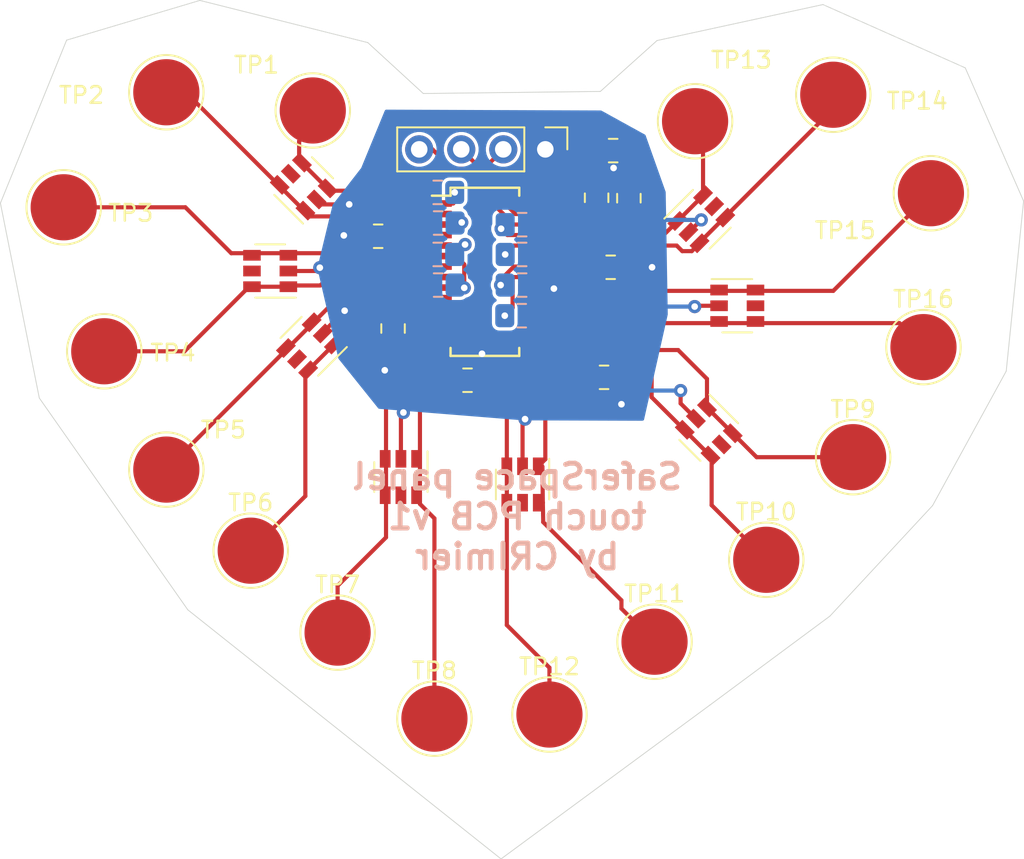
<source format=kicad_pcb>
(kicad_pcb (version 20171130) (host pcbnew 5.1.5+dfsg1-2build2)

  (general
    (thickness 1.6)
    (drawings 18)
    (tracks 275)
    (zones 0)
    (modules 42)
    (nets 28)
  )

  (page A4)
  (layers
    (0 F.Cu signal)
    (31 B.Cu signal)
    (32 B.Adhes user)
    (33 F.Adhes user)
    (34 B.Paste user)
    (35 F.Paste user)
    (36 B.SilkS user)
    (37 F.SilkS user)
    (38 B.Mask user)
    (39 F.Mask user)
    (40 Dwgs.User user)
    (41 Cmts.User user)
    (42 Eco1.User user)
    (43 Eco2.User user)
    (44 Edge.Cuts user)
    (45 Margin user)
    (46 B.CrtYd user)
    (47 F.CrtYd user)
    (48 B.Fab user)
    (49 F.Fab user)
  )

  (setup
    (last_trace_width 0.25)
    (trace_clearance 0.2)
    (zone_clearance 0.508)
    (zone_45_only no)
    (trace_min 0.2)
    (via_size 0.8)
    (via_drill 0.4)
    (via_min_size 0.4)
    (via_min_drill 0.3)
    (user_via 0.7 0.4)
    (uvia_size 0.3)
    (uvia_drill 0.1)
    (uvias_allowed no)
    (uvia_min_size 0.2)
    (uvia_min_drill 0.1)
    (edge_width 0.05)
    (segment_width 0.2)
    (pcb_text_width 0.3)
    (pcb_text_size 1.5 1.5)
    (mod_edge_width 0.12)
    (mod_text_size 1 1)
    (mod_text_width 0.15)
    (pad_size 1.524 1.524)
    (pad_drill 0.762)
    (pad_to_mask_clearance 0.051)
    (solder_mask_min_width 0.25)
    (aux_axis_origin 149.65 53.4)
    (visible_elements FFFFFF7F)
    (pcbplotparams
      (layerselection 0x010fc_ffffffff)
      (usegerberextensions true)
      (usegerberattributes false)
      (usegerberadvancedattributes false)
      (creategerberjobfile false)
      (excludeedgelayer false)
      (linewidth 0.100000)
      (plotframeref false)
      (viasonmask false)
      (mode 1)
      (useauxorigin true)
      (hpglpennumber 1)
      (hpglpenspeed 20)
      (hpglpendiameter 15.000000)
      (psnegative false)
      (psa4output false)
      (plotreference true)
      (plotvalue true)
      (plotinvisibletext false)
      (padsonsilk false)
      (subtractmaskfromsilk true)
      (outputformat 1)
      (mirror false)
      (drillshape 0)
      (scaleselection 1)
      (outputdirectory "gerbers/"))
  )

  (net 0 "")
  (net 1 "Net-(C1-Pad2)")
  (net 2 GND)
  (net 3 "Net-(C2-Pad1)")
  (net 4 "Net-(C3-Pad1)")
  (net 5 VCC)
  (net 6 "Net-(C6-Pad2)")
  (net 7 "Net-(C7-Pad2)")
  (net 8 "Net-(C8-Pad2)")
  (net 9 SCL)
  (net 10 SDO)
  (net 11 /T0)
  (net 12 /T1)
  (net 13 /T2)
  (net 14 /T3)
  (net 15 /T4)
  (net 16 /T5)
  (net 17 /T6)
  (net 18 /T7)
  (net 19 "Net-(U1-Pad3)")
  (net 20 /TP15)
  (net 21 /TP14)
  (net 22 /TP13)
  (net 23 /TP12)
  (net 24 /TP8)
  (net 25 /TP9)
  (net 26 /TP10)
  (net 27 /TP11)

  (net_class Default "This is the default net class."
    (clearance 0.2)
    (trace_width 0.25)
    (via_dia 0.8)
    (via_drill 0.4)
    (uvia_dia 0.3)
    (uvia_drill 0.1)
    (add_net /T0)
    (add_net /T1)
    (add_net /T2)
    (add_net /T3)
    (add_net /T4)
    (add_net /T5)
    (add_net /T6)
    (add_net /T7)
    (add_net /TP10)
    (add_net /TP11)
    (add_net /TP12)
    (add_net /TP13)
    (add_net /TP14)
    (add_net /TP15)
    (add_net /TP8)
    (add_net /TP9)
    (add_net GND)
    (add_net "Net-(C1-Pad2)")
    (add_net "Net-(C2-Pad1)")
    (add_net "Net-(C3-Pad1)")
    (add_net "Net-(C6-Pad2)")
    (add_net "Net-(C7-Pad2)")
    (add_net "Net-(C8-Pad2)")
    (add_net "Net-(U1-Pad3)")
    (add_net SCL)
    (add_net SDO)
    (add_net VCC)
  )

  (module Package_TO_SOT_SMD:SOT-23-6 (layer F.Cu) (tedit 5A02FF57) (tstamp 5FFF9F56)
    (at 131.55 73.85)
    (descr "6-pin SOT-23 package")
    (tags SOT-23-6)
    (path /602208A1)
    (attr smd)
    (fp_text reference U9 (at 0 -2.9) (layer F.SilkS) hide
      (effects (font (size 1 1) (thickness 0.15)))
    )
    (fp_text value SRV05-4 (at 0 2.9) (layer F.Fab)
      (effects (font (size 1 1) (thickness 0.15)))
    )
    (fp_line (start 0.9 -1.55) (end 0.9 1.55) (layer F.Fab) (width 0.1))
    (fp_line (start 0.9 1.55) (end -0.9 1.55) (layer F.Fab) (width 0.1))
    (fp_line (start -0.9 -0.9) (end -0.9 1.55) (layer F.Fab) (width 0.1))
    (fp_line (start 0.9 -1.55) (end -0.25 -1.55) (layer F.Fab) (width 0.1))
    (fp_line (start -0.9 -0.9) (end -0.25 -1.55) (layer F.Fab) (width 0.1))
    (fp_line (start -1.9 -1.8) (end -1.9 1.8) (layer F.CrtYd) (width 0.05))
    (fp_line (start -1.9 1.8) (end 1.9 1.8) (layer F.CrtYd) (width 0.05))
    (fp_line (start 1.9 1.8) (end 1.9 -1.8) (layer F.CrtYd) (width 0.05))
    (fp_line (start 1.9 -1.8) (end -1.9 -1.8) (layer F.CrtYd) (width 0.05))
    (fp_line (start 0.9 -1.61) (end -1.55 -1.61) (layer F.SilkS) (width 0.12))
    (fp_line (start -0.9 1.61) (end 0.9 1.61) (layer F.SilkS) (width 0.12))
    (fp_text user %R (at 0 0 90) (layer F.Fab)
      (effects (font (size 0.5 0.5) (thickness 0.075)))
    )
    (pad 5 smd rect (at 1.1 0) (size 1.06 0.65) (layers F.Cu F.Paste F.Mask)
      (net 5 VCC))
    (pad 6 smd rect (at 1.1 -0.95) (size 1.06 0.65) (layers F.Cu F.Paste F.Mask)
      (net 17 /T6))
    (pad 4 smd rect (at 1.1 0.95) (size 1.06 0.65) (layers F.Cu F.Paste F.Mask)
      (net 18 /T7))
    (pad 3 smd rect (at -1.1 0.95) (size 1.06 0.65) (layers F.Cu F.Paste F.Mask)
      (net 18 /T7))
    (pad 2 smd rect (at -1.1 0) (size 1.06 0.65) (layers F.Cu F.Paste F.Mask)
      (net 2 GND))
    (pad 1 smd rect (at -1.1 -0.95) (size 1.06 0.65) (layers F.Cu F.Paste F.Mask)
      (net 17 /T6))
    (model ${KISYS3DMOD}/Package_TO_SOT_SMD.3dshapes/SOT-23-6.wrl
      (at (xyz 0 0 0))
      (scale (xyz 1 1 1))
      (rotate (xyz 0 0 0))
    )
  )

  (module Package_TO_SOT_SMD:SOT-23-6 (layer F.Cu) (tedit 5A02FF57) (tstamp 5FFF9F40)
    (at 129.825 81.45 315)
    (descr "6-pin SOT-23 package")
    (tags SOT-23-6)
    (path /6023A307)
    (attr smd)
    (fp_text reference U8 (at 0 -2.9 135) (layer F.SilkS) hide
      (effects (font (size 1 1) (thickness 0.15)))
    )
    (fp_text value SRV05-4 (at 0 2.9 135) (layer F.Fab)
      (effects (font (size 1 1) (thickness 0.15)))
    )
    (fp_line (start 0.9 -1.55) (end 0.9 1.55) (layer F.Fab) (width 0.1))
    (fp_line (start 0.9 1.55) (end -0.9 1.55) (layer F.Fab) (width 0.1))
    (fp_line (start -0.9 -0.9) (end -0.9 1.55) (layer F.Fab) (width 0.1))
    (fp_line (start 0.9 -1.55) (end -0.25 -1.55) (layer F.Fab) (width 0.1))
    (fp_line (start -0.9 -0.9) (end -0.25 -1.55) (layer F.Fab) (width 0.1))
    (fp_line (start -1.9 -1.8) (end -1.9 1.8) (layer F.CrtYd) (width 0.05))
    (fp_line (start -1.9 1.8) (end 1.9 1.8) (layer F.CrtYd) (width 0.05))
    (fp_line (start 1.9 1.8) (end 1.9 -1.8) (layer F.CrtYd) (width 0.05))
    (fp_line (start 1.9 -1.8) (end -1.9 -1.8) (layer F.CrtYd) (width 0.05))
    (fp_line (start 0.9 -1.61) (end -1.55 -1.61) (layer F.SilkS) (width 0.12))
    (fp_line (start -0.9 1.61) (end 0.9 1.61) (layer F.SilkS) (width 0.12))
    (fp_text user %R (at 0 0 45) (layer F.Fab)
      (effects (font (size 0.5 0.5) (thickness 0.075)))
    )
    (pad 5 smd rect (at 1.1 0 315) (size 1.06 0.65) (layers F.Cu F.Paste F.Mask)
      (net 5 VCC))
    (pad 6 smd rect (at 1.1 -0.95 315) (size 1.06 0.65) (layers F.Cu F.Paste F.Mask)
      (net 24 /TP8))
    (pad 4 smd rect (at 1.1 0.95 315) (size 1.06 0.65) (layers F.Cu F.Paste F.Mask)
      (net 25 /TP9))
    (pad 3 smd rect (at -1.1 0.95 315) (size 1.06 0.65) (layers F.Cu F.Paste F.Mask)
      (net 25 /TP9))
    (pad 2 smd rect (at -1.1 0 315) (size 1.06 0.65) (layers F.Cu F.Paste F.Mask)
      (net 2 GND))
    (pad 1 smd rect (at -1.1 -0.95 315) (size 1.06 0.65) (layers F.Cu F.Paste F.Mask)
      (net 24 /TP8))
    (model ${KISYS3DMOD}/Package_TO_SOT_SMD.3dshapes/SOT-23-6.wrl
      (at (xyz 0 0 0))
      (scale (xyz 1 1 1))
      (rotate (xyz 0 0 0))
    )
  )

  (module Package_TO_SOT_SMD:SOT-23-6 (layer F.Cu) (tedit 5A02FF57) (tstamp 5FFFB6C9)
    (at 129.375 68.625 45)
    (descr "6-pin SOT-23 package")
    (tags SOT-23-6)
    (path /6021F927)
    (attr smd)
    (fp_text reference U7 (at 0 -2.9 45) (layer F.SilkS) hide
      (effects (font (size 1 1) (thickness 0.15)))
    )
    (fp_text value SRV05-4 (at 0 2.9 45) (layer F.Fab)
      (effects (font (size 1 1) (thickness 0.15)))
    )
    (fp_line (start 0.9 -1.55) (end 0.9 1.55) (layer F.Fab) (width 0.1))
    (fp_line (start 0.9 1.55) (end -0.9 1.55) (layer F.Fab) (width 0.1))
    (fp_line (start -0.9 -0.9) (end -0.9 1.55) (layer F.Fab) (width 0.1))
    (fp_line (start 0.9 -1.55) (end -0.25 -1.55) (layer F.Fab) (width 0.1))
    (fp_line (start -0.9 -0.9) (end -0.25 -1.55) (layer F.Fab) (width 0.1))
    (fp_line (start -1.9 -1.8) (end -1.9 1.8) (layer F.CrtYd) (width 0.05))
    (fp_line (start -1.9 1.8) (end 1.9 1.8) (layer F.CrtYd) (width 0.05))
    (fp_line (start 1.9 1.8) (end 1.9 -1.8) (layer F.CrtYd) (width 0.05))
    (fp_line (start 1.9 -1.8) (end -1.9 -1.8) (layer F.CrtYd) (width 0.05))
    (fp_line (start 0.9 -1.61) (end -1.55 -1.61) (layer F.SilkS) (width 0.12))
    (fp_line (start -0.9 1.61) (end 0.9 1.61) (layer F.SilkS) (width 0.12))
    (fp_text user %R (at 0 0 135) (layer F.Fab)
      (effects (font (size 0.5 0.5) (thickness 0.075)))
    )
    (pad 5 smd rect (at 1.1 0 45) (size 1.06 0.65) (layers F.Cu F.Paste F.Mask)
      (net 5 VCC))
    (pad 6 smd rect (at 1.1 -0.95 45) (size 1.06 0.65) (layers F.Cu F.Paste F.Mask)
      (net 15 /T4))
    (pad 4 smd rect (at 1.1 0.95 45) (size 1.06 0.65) (layers F.Cu F.Paste F.Mask)
      (net 16 /T5))
    (pad 3 smd rect (at -1.1 0.95 45) (size 1.06 0.65) (layers F.Cu F.Paste F.Mask)
      (net 16 /T5))
    (pad 2 smd rect (at -1.1 0 45) (size 1.06 0.65) (layers F.Cu F.Paste F.Mask)
      (net 2 GND))
    (pad 1 smd rect (at -1.1 -0.95 45) (size 1.06 0.65) (layers F.Cu F.Paste F.Mask)
      (net 15 /T4))
    (model ${KISYS3DMOD}/Package_TO_SOT_SMD.3dshapes/SOT-23-6.wrl
      (at (xyz 0 0 0))
      (scale (xyz 1 1 1))
      (rotate (xyz 0 0 0))
    )
  )

  (module Package_TO_SOT_SMD:SOT-23-6 (layer F.Cu) (tedit 5A02FF57) (tstamp 5FFFD83F)
    (at 118.575 84.65 270)
    (descr "6-pin SOT-23 package")
    (tags SOT-23-6)
    (path /6023A2FB)
    (attr smd)
    (fp_text reference U6 (at 0 -2.9 90) (layer F.SilkS) hide
      (effects (font (size 1 1) (thickness 0.15)))
    )
    (fp_text value SRV05-4 (at 0 2.9 90) (layer F.Fab)
      (effects (font (size 1 1) (thickness 0.15)))
    )
    (fp_line (start 0.9 -1.55) (end 0.9 1.55) (layer F.Fab) (width 0.1))
    (fp_line (start 0.9 1.55) (end -0.9 1.55) (layer F.Fab) (width 0.1))
    (fp_line (start -0.9 -0.9) (end -0.9 1.55) (layer F.Fab) (width 0.1))
    (fp_line (start 0.9 -1.55) (end -0.25 -1.55) (layer F.Fab) (width 0.1))
    (fp_line (start -0.9 -0.9) (end -0.25 -1.55) (layer F.Fab) (width 0.1))
    (fp_line (start -1.9 -1.8) (end -1.9 1.8) (layer F.CrtYd) (width 0.05))
    (fp_line (start -1.9 1.8) (end 1.9 1.8) (layer F.CrtYd) (width 0.05))
    (fp_line (start 1.9 1.8) (end 1.9 -1.8) (layer F.CrtYd) (width 0.05))
    (fp_line (start 1.9 -1.8) (end -1.9 -1.8) (layer F.CrtYd) (width 0.05))
    (fp_line (start 0.9 -1.61) (end -1.55 -1.61) (layer F.SilkS) (width 0.12))
    (fp_line (start -0.9 1.61) (end 0.9 1.61) (layer F.SilkS) (width 0.12))
    (fp_text user %R (at 0 0) (layer F.Fab)
      (effects (font (size 0.5 0.5) (thickness 0.075)))
    )
    (pad 5 smd rect (at 1.1 0 270) (size 1.06 0.65) (layers F.Cu F.Paste F.Mask)
      (net 5 VCC))
    (pad 6 smd rect (at 1.1 -0.95 270) (size 1.06 0.65) (layers F.Cu F.Paste F.Mask)
      (net 26 /TP10))
    (pad 4 smd rect (at 1.1 0.95 270) (size 1.06 0.65) (layers F.Cu F.Paste F.Mask)
      (net 27 /TP11))
    (pad 3 smd rect (at -1.1 0.95 270) (size 1.06 0.65) (layers F.Cu F.Paste F.Mask)
      (net 27 /TP11))
    (pad 2 smd rect (at -1.1 0 270) (size 1.06 0.65) (layers F.Cu F.Paste F.Mask)
      (net 2 GND))
    (pad 1 smd rect (at -1.1 -0.95 270) (size 1.06 0.65) (layers F.Cu F.Paste F.Mask)
      (net 26 /TP10))
    (model ${KISYS3DMOD}/Package_TO_SOT_SMD.3dshapes/SOT-23-6.wrl
      (at (xyz 0 0 0))
      (scale (xyz 1 1 1))
      (rotate (xyz 0 0 0))
    )
  )

  (module Package_TO_SOT_SMD:SOT-23-6 (layer F.Cu) (tedit 5A02FF57) (tstamp 5FFF9EFE)
    (at 105.35 66.65 135)
    (descr "6-pin SOT-23 package")
    (tags SOT-23-6)
    (path /602161A5)
    (attr smd)
    (fp_text reference U5 (at 0 -2.9 135) (layer F.SilkS) hide
      (effects (font (size 1 1) (thickness 0.15)))
    )
    (fp_text value SRV05-4 (at 0 2.9 135) (layer F.Fab)
      (effects (font (size 1 1) (thickness 0.15)))
    )
    (fp_line (start 0.9 -1.55) (end 0.9 1.55) (layer F.Fab) (width 0.1))
    (fp_line (start 0.9 1.55) (end -0.9 1.55) (layer F.Fab) (width 0.1))
    (fp_line (start -0.9 -0.9) (end -0.9 1.55) (layer F.Fab) (width 0.1))
    (fp_line (start 0.9 -1.55) (end -0.25 -1.55) (layer F.Fab) (width 0.1))
    (fp_line (start -0.9 -0.9) (end -0.25 -1.55) (layer F.Fab) (width 0.1))
    (fp_line (start -1.9 -1.8) (end -1.9 1.8) (layer F.CrtYd) (width 0.05))
    (fp_line (start -1.9 1.8) (end 1.9 1.8) (layer F.CrtYd) (width 0.05))
    (fp_line (start 1.9 1.8) (end 1.9 -1.8) (layer F.CrtYd) (width 0.05))
    (fp_line (start 1.9 -1.8) (end -1.9 -1.8) (layer F.CrtYd) (width 0.05))
    (fp_line (start 0.9 -1.61) (end -1.55 -1.61) (layer F.SilkS) (width 0.12))
    (fp_line (start -0.9 1.61) (end 0.9 1.61) (layer F.SilkS) (width 0.12))
    (fp_text user %R (at 0 0 45) (layer F.Fab)
      (effects (font (size 0.5 0.5) (thickness 0.075)))
    )
    (pad 5 smd rect (at 1.1 0 135) (size 1.06 0.65) (layers F.Cu F.Paste F.Mask)
      (net 5 VCC))
    (pad 6 smd rect (at 1.1 -0.95 135) (size 1.06 0.65) (layers F.Cu F.Paste F.Mask)
      (net 13 /T2))
    (pad 4 smd rect (at 1.1 0.95 135) (size 1.06 0.65) (layers F.Cu F.Paste F.Mask)
      (net 14 /T3))
    (pad 3 smd rect (at -1.1 0.95 135) (size 1.06 0.65) (layers F.Cu F.Paste F.Mask)
      (net 14 /T3))
    (pad 2 smd rect (at -1.1 0 135) (size 1.06 0.65) (layers F.Cu F.Paste F.Mask)
      (net 2 GND))
    (pad 1 smd rect (at -1.1 -0.95 135) (size 1.06 0.65) (layers F.Cu F.Paste F.Mask)
      (net 13 /T2))
    (model ${KISYS3DMOD}/Package_TO_SOT_SMD.3dshapes/SOT-23-6.wrl
      (at (xyz 0 0 0))
      (scale (xyz 1 1 1))
      (rotate (xyz 0 0 0))
    )
  )

  (module Package_TO_SOT_SMD:SOT-23-6 (layer F.Cu) (tedit 5A02FF57) (tstamp 5FFF9EE8)
    (at 111.225 84.2 270)
    (descr "6-pin SOT-23 package")
    (tags SOT-23-6)
    (path /6023A2E9)
    (attr smd)
    (fp_text reference U4 (at 0 -2.9 90) (layer F.SilkS) hide
      (effects (font (size 1 1) (thickness 0.15)))
    )
    (fp_text value SRV05-4 (at 0 2.9 90) (layer F.Fab)
      (effects (font (size 1 1) (thickness 0.15)))
    )
    (fp_line (start 0.9 -1.55) (end 0.9 1.55) (layer F.Fab) (width 0.1))
    (fp_line (start 0.9 1.55) (end -0.9 1.55) (layer F.Fab) (width 0.1))
    (fp_line (start -0.9 -0.9) (end -0.9 1.55) (layer F.Fab) (width 0.1))
    (fp_line (start 0.9 -1.55) (end -0.25 -1.55) (layer F.Fab) (width 0.1))
    (fp_line (start -0.9 -0.9) (end -0.25 -1.55) (layer F.Fab) (width 0.1))
    (fp_line (start -1.9 -1.8) (end -1.9 1.8) (layer F.CrtYd) (width 0.05))
    (fp_line (start -1.9 1.8) (end 1.9 1.8) (layer F.CrtYd) (width 0.05))
    (fp_line (start 1.9 1.8) (end 1.9 -1.8) (layer F.CrtYd) (width 0.05))
    (fp_line (start 1.9 -1.8) (end -1.9 -1.8) (layer F.CrtYd) (width 0.05))
    (fp_line (start 0.9 -1.61) (end -1.55 -1.61) (layer F.SilkS) (width 0.12))
    (fp_line (start -0.9 1.61) (end 0.9 1.61) (layer F.SilkS) (width 0.12))
    (fp_text user %R (at 0 0) (layer F.Fab)
      (effects (font (size 0.5 0.5) (thickness 0.075)))
    )
    (pad 5 smd rect (at 1.1 0 270) (size 1.06 0.65) (layers F.Cu F.Paste F.Mask)
      (net 5 VCC))
    (pad 6 smd rect (at 1.1 -0.95 270) (size 1.06 0.65) (layers F.Cu F.Paste F.Mask)
      (net 23 /TP12))
    (pad 4 smd rect (at 1.1 0.95 270) (size 1.06 0.65) (layers F.Cu F.Paste F.Mask)
      (net 22 /TP13))
    (pad 3 smd rect (at -1.1 0.95 270) (size 1.06 0.65) (layers F.Cu F.Paste F.Mask)
      (net 22 /TP13))
    (pad 2 smd rect (at -1.1 0 270) (size 1.06 0.65) (layers F.Cu F.Paste F.Mask)
      (net 2 GND))
    (pad 1 smd rect (at -1.1 -0.95 270) (size 1.06 0.65) (layers F.Cu F.Paste F.Mask)
      (net 23 /TP12))
    (model ${KISYS3DMOD}/Package_TO_SOT_SMD.3dshapes/SOT-23-6.wrl
      (at (xyz 0 0 0))
      (scale (xyz 1 1 1))
      (rotate (xyz 0 0 0))
    )
  )

  (module Package_TO_SOT_SMD:SOT-23-6 (layer F.Cu) (tedit 5A02FF57) (tstamp 5FFF9ED2)
    (at 103.325 71.75 180)
    (descr "6-pin SOT-23 package")
    (tags SOT-23-6)
    (path /60202F98)
    (attr smd)
    (fp_text reference U3 (at 0 -2.9) (layer F.SilkS) hide
      (effects (font (size 1 1) (thickness 0.15)))
    )
    (fp_text value SRV05-4 (at 0 2.9) (layer F.Fab)
      (effects (font (size 1 1) (thickness 0.15)))
    )
    (fp_line (start 0.9 -1.55) (end 0.9 1.55) (layer F.Fab) (width 0.1))
    (fp_line (start 0.9 1.55) (end -0.9 1.55) (layer F.Fab) (width 0.1))
    (fp_line (start -0.9 -0.9) (end -0.9 1.55) (layer F.Fab) (width 0.1))
    (fp_line (start 0.9 -1.55) (end -0.25 -1.55) (layer F.Fab) (width 0.1))
    (fp_line (start -0.9 -0.9) (end -0.25 -1.55) (layer F.Fab) (width 0.1))
    (fp_line (start -1.9 -1.8) (end -1.9 1.8) (layer F.CrtYd) (width 0.05))
    (fp_line (start -1.9 1.8) (end 1.9 1.8) (layer F.CrtYd) (width 0.05))
    (fp_line (start 1.9 1.8) (end 1.9 -1.8) (layer F.CrtYd) (width 0.05))
    (fp_line (start 1.9 -1.8) (end -1.9 -1.8) (layer F.CrtYd) (width 0.05))
    (fp_line (start 0.9 -1.61) (end -1.55 -1.61) (layer F.SilkS) (width 0.12))
    (fp_line (start -0.9 1.61) (end 0.9 1.61) (layer F.SilkS) (width 0.12))
    (fp_text user %R (at 0 0 90) (layer F.Fab)
      (effects (font (size 0.5 0.5) (thickness 0.075)))
    )
    (pad 5 smd rect (at 1.1 0 180) (size 1.06 0.65) (layers F.Cu F.Paste F.Mask)
      (net 5 VCC))
    (pad 6 smd rect (at 1.1 -0.95 180) (size 1.06 0.65) (layers F.Cu F.Paste F.Mask)
      (net 11 /T0))
    (pad 4 smd rect (at 1.1 0.95 180) (size 1.06 0.65) (layers F.Cu F.Paste F.Mask)
      (net 12 /T1))
    (pad 3 smd rect (at -1.1 0.95 180) (size 1.06 0.65) (layers F.Cu F.Paste F.Mask)
      (net 12 /T1))
    (pad 2 smd rect (at -1.1 0 180) (size 1.06 0.65) (layers F.Cu F.Paste F.Mask)
      (net 2 GND))
    (pad 1 smd rect (at -1.1 -0.95 180) (size 1.06 0.65) (layers F.Cu F.Paste F.Mask)
      (net 11 /T0))
    (model ${KISYS3DMOD}/Package_TO_SOT_SMD.3dshapes/SOT-23-6.wrl
      (at (xyz 0 0 0))
      (scale (xyz 1 1 1))
      (rotate (xyz 0 0 0))
    )
  )

  (module Package_TO_SOT_SMD:SOT-23-6 (layer F.Cu) (tedit 5A02FF57) (tstamp 5FFF9EBC)
    (at 105.725 76.3 225)
    (descr "6-pin SOT-23 package")
    (tags SOT-23-6)
    (path /6023A2E1)
    (attr smd)
    (fp_text reference U2 (at 0 -2.9 45) (layer F.SilkS) hide
      (effects (font (size 1 1) (thickness 0.15)))
    )
    (fp_text value SRV05-4 (at 0 2.9 45) (layer F.Fab)
      (effects (font (size 1 1) (thickness 0.15)))
    )
    (fp_line (start 0.9 -1.55) (end 0.9 1.55) (layer F.Fab) (width 0.1))
    (fp_line (start 0.9 1.55) (end -0.9 1.55) (layer F.Fab) (width 0.1))
    (fp_line (start -0.9 -0.9) (end -0.9 1.55) (layer F.Fab) (width 0.1))
    (fp_line (start 0.9 -1.55) (end -0.25 -1.55) (layer F.Fab) (width 0.1))
    (fp_line (start -0.9 -0.9) (end -0.25 -1.55) (layer F.Fab) (width 0.1))
    (fp_line (start -1.9 -1.8) (end -1.9 1.8) (layer F.CrtYd) (width 0.05))
    (fp_line (start -1.9 1.8) (end 1.9 1.8) (layer F.CrtYd) (width 0.05))
    (fp_line (start 1.9 1.8) (end 1.9 -1.8) (layer F.CrtYd) (width 0.05))
    (fp_line (start 1.9 -1.8) (end -1.9 -1.8) (layer F.CrtYd) (width 0.05))
    (fp_line (start 0.9 -1.61) (end -1.55 -1.61) (layer F.SilkS) (width 0.12))
    (fp_line (start -0.9 1.61) (end 0.9 1.61) (layer F.SilkS) (width 0.12))
    (fp_text user %R (at 0 0 135) (layer F.Fab)
      (effects (font (size 0.5 0.5) (thickness 0.075)))
    )
    (pad 5 smd rect (at 1.1 0 225) (size 1.06 0.65) (layers F.Cu F.Paste F.Mask)
      (net 5 VCC))
    (pad 6 smd rect (at 1.1 -0.95 225) (size 1.06 0.65) (layers F.Cu F.Paste F.Mask)
      (net 21 /TP14))
    (pad 4 smd rect (at 1.1 0.95 225) (size 1.06 0.65) (layers F.Cu F.Paste F.Mask)
      (net 20 /TP15))
    (pad 3 smd rect (at -1.1 0.95 225) (size 1.06 0.65) (layers F.Cu F.Paste F.Mask)
      (net 20 /TP15))
    (pad 2 smd rect (at -1.1 0 225) (size 1.06 0.65) (layers F.Cu F.Paste F.Mask)
      (net 2 GND))
    (pad 1 smd rect (at -1.1 -0.95 225) (size 1.06 0.65) (layers F.Cu F.Paste F.Mask)
      (net 21 /TP14))
    (model ${KISYS3DMOD}/Package_TO_SOT_SMD.3dshapes/SOT-23-6.wrl
      (at (xyz 0 0 0))
      (scale (xyz 1 1 1))
      (rotate (xyz 0 0 0))
    )
  )

  (module Capacitor_SMD:C_0805_2012Metric_Pad1.15x1.40mm_HandSolder (layer F.Cu) (tedit 5B36C52B) (tstamp 5FFF81DA)
    (at 123.9 71.525 180)
    (descr "Capacitor SMD 0805 (2012 Metric), square (rectangular) end terminal, IPC_7351 nominal with elongated pad for handsoldering. (Body size source: https://docs.google.com/spreadsheets/d/1BsfQQcO9C6DZCsRaXUlFlo91Tg2WpOkGARC1WS5S8t0/edit?usp=sharing), generated with kicad-footprint-generator")
    (tags "capacitor handsolder")
    (path /6019D428)
    (attr smd)
    (fp_text reference C7 (at 0 -1.65) (layer F.SilkS) hide
      (effects (font (size 1 1) (thickness 0.15)))
    )
    (fp_text value Csa1 (at 0 1.65) (layer F.Fab)
      (effects (font (size 1 1) (thickness 0.15)))
    )
    (fp_text user %R (at 0 0) (layer F.Fab)
      (effects (font (size 0.5 0.5) (thickness 0.08)))
    )
    (fp_line (start 1.85 0.95) (end -1.85 0.95) (layer F.CrtYd) (width 0.05))
    (fp_line (start 1.85 -0.95) (end 1.85 0.95) (layer F.CrtYd) (width 0.05))
    (fp_line (start -1.85 -0.95) (end 1.85 -0.95) (layer F.CrtYd) (width 0.05))
    (fp_line (start -1.85 0.95) (end -1.85 -0.95) (layer F.CrtYd) (width 0.05))
    (fp_line (start -0.261252 0.71) (end 0.261252 0.71) (layer F.SilkS) (width 0.12))
    (fp_line (start -0.261252 -0.71) (end 0.261252 -0.71) (layer F.SilkS) (width 0.12))
    (fp_line (start 1 0.6) (end -1 0.6) (layer F.Fab) (width 0.1))
    (fp_line (start 1 -0.6) (end 1 0.6) (layer F.Fab) (width 0.1))
    (fp_line (start -1 -0.6) (end 1 -0.6) (layer F.Fab) (width 0.1))
    (fp_line (start -1 0.6) (end -1 -0.6) (layer F.Fab) (width 0.1))
    (pad 2 smd roundrect (at 1.025 0 180) (size 1.15 1.4) (layers F.Cu F.Paste F.Mask) (roundrect_rratio 0.217391)
      (net 7 "Net-(C7-Pad2)"))
    (pad 1 smd roundrect (at -1.025 0 180) (size 1.15 1.4) (layers F.Cu F.Paste F.Mask) (roundrect_rratio 0.217391)
      (net 2 GND))
    (model ${KISYS3DMOD}/Capacitor_SMD.3dshapes/C_0805_2012Metric.wrl
      (at (xyz 0 0 0))
      (scale (xyz 1 1 1))
      (rotate (xyz 0 0 0))
    )
  )

  (module Package_SO:SSOP-28_3.9x9.9mm_P0.635mm (layer F.Cu) (tedit 5A02F25C) (tstamp 5FFF667C)
    (at 116.3 71.8)
    (descr "SSOP28: plastic shrink small outline package; 28 leads; body width 3.9 mm; lead pitch 0.635; (see http://cds.linear.com/docs/en/datasheet/38901fb.pdf)")
    (tags "SSOP 0.635")
    (path /60187CD7)
    (attr smd)
    (fp_text reference U1 (at 0 -5.9) (layer F.SilkS) hide
      (effects (font (size 1 1) (thickness 0.15)))
    )
    (fp_text value TTP229BSF (at -0.1 6.2) (layer F.Fab)
      (effects (font (size 1 1) (thickness 0.15)))
    )
    (fp_text user %R (at 0 0) (layer F.Fab)
      (effects (font (size 0.8 0.8) (thickness 0.15)))
    )
    (fp_line (start -2.075 -4.6) (end -3.2 -4.6) (layer F.SilkS) (width 0.15))
    (fp_line (start -2.075 5.08) (end 2.075 5.08) (layer F.SilkS) (width 0.15))
    (fp_line (start -2.075 -5.08) (end 2.075 -5.08) (layer F.SilkS) (width 0.15))
    (fp_line (start -2.075 5.08) (end -2.075 4.6) (layer F.SilkS) (width 0.15))
    (fp_line (start 2.075 5.08) (end 2.075 4.6) (layer F.SilkS) (width 0.15))
    (fp_line (start 2.075 -5.08) (end 2.075 -4.6) (layer F.SilkS) (width 0.15))
    (fp_line (start -2.075 -5.08) (end -2.075 -4.6) (layer F.SilkS) (width 0.15))
    (fp_line (start -3.45 5.2) (end 3.45 5.2) (layer F.CrtYd) (width 0.05))
    (fp_line (start -3.45 -5.2) (end 3.45 -5.2) (layer F.CrtYd) (width 0.05))
    (fp_line (start 3.45 -5.2) (end 3.45 5.2) (layer F.CrtYd) (width 0.05))
    (fp_line (start -3.45 -5.2) (end -3.45 5.2) (layer F.CrtYd) (width 0.05))
    (fp_line (start -1.95 -4) (end -0.95 -4.95) (layer F.Fab) (width 0.15))
    (fp_line (start -1.95 4.95) (end -1.95 -4) (layer F.Fab) (width 0.15))
    (fp_line (start 1.95 4.95) (end -1.95 4.95) (layer F.Fab) (width 0.15))
    (fp_line (start 1.95 -4.95) (end 1.95 4.95) (layer F.Fab) (width 0.15))
    (fp_line (start -0.95 -4.95) (end 1.95 -4.95) (layer F.Fab) (width 0.15))
    (pad 28 smd rect (at 2.6 -4.1275) (size 1.2 0.4) (layers F.Cu F.Paste F.Mask)
      (net 6 "Net-(C6-Pad2)"))
    (pad 27 smd rect (at 2.6 -3.4925) (size 1.2 0.4) (layers F.Cu F.Paste F.Mask)
      (net 2 GND))
    (pad 26 smd rect (at 2.6 -2.8575) (size 1.2 0.4) (layers F.Cu F.Paste F.Mask)
      (net 5 VCC))
    (pad 25 smd rect (at 2.6 -2.2225) (size 1.2 0.4) (layers F.Cu F.Paste F.Mask)
      (net 15 /T4))
    (pad 24 smd rect (at 2.6 -1.5875) (size 1.2 0.4) (layers F.Cu F.Paste F.Mask)
      (net 16 /T5))
    (pad 23 smd rect (at 2.6 -0.9525) (size 1.2 0.4) (layers F.Cu F.Paste F.Mask)
      (net 7 "Net-(C7-Pad2)"))
    (pad 22 smd rect (at 2.6 -0.3175) (size 1.2 0.4) (layers F.Cu F.Paste F.Mask)
      (net 17 /T6))
    (pad 21 smd rect (at 2.6 0.3175) (size 1.2 0.4) (layers F.Cu F.Paste F.Mask)
      (net 18 /T7))
    (pad 20 smd rect (at 2.6 0.9525) (size 1.2 0.4) (layers F.Cu F.Paste F.Mask)
      (net 2 GND))
    (pad 19 smd rect (at 2.6 1.5875) (size 1.2 0.4) (layers F.Cu F.Paste F.Mask)
      (net 24 /TP8))
    (pad 18 smd rect (at 2.6 2.2225) (size 1.2 0.4) (layers F.Cu F.Paste F.Mask)
      (net 25 /TP9))
    (pad 17 smd rect (at 2.6 2.8575) (size 1.2 0.4) (layers F.Cu F.Paste F.Mask)
      (net 8 "Net-(C8-Pad2)"))
    (pad 16 smd rect (at 2.6 3.4925) (size 1.2 0.4) (layers F.Cu F.Paste F.Mask)
      (net 26 /TP10))
    (pad 15 smd rect (at 2.6 4.1275) (size 1.2 0.4) (layers F.Cu F.Paste F.Mask)
      (net 27 /TP11))
    (pad 14 smd rect (at -2.6 4.1275) (size 1.2 0.4) (layers F.Cu F.Paste F.Mask)
      (net 1 "Net-(C1-Pad2)"))
    (pad 13 smd rect (at -2.6 3.4925) (size 1.2 0.4) (layers F.Cu F.Paste F.Mask)
      (net 9 SCL))
    (pad 12 smd rect (at -2.6 2.8575) (size 1.2 0.4) (layers F.Cu F.Paste F.Mask)
      (net 10 SDO))
    (pad 11 smd rect (at -2.6 2.2225) (size 1.2 0.4) (layers F.Cu F.Paste F.Mask)
      (net 23 /TP12))
    (pad 10 smd rect (at -2.6 1.5875) (size 1.2 0.4) (layers F.Cu F.Paste F.Mask)
      (net 22 /TP13))
    (pad 9 smd rect (at -2.6 0.9525) (size 1.2 0.4) (layers F.Cu F.Paste F.Mask)
      (net 3 "Net-(C2-Pad1)"))
    (pad 8 smd rect (at -2.6 0.3175) (size 1.2 0.4) (layers F.Cu F.Paste F.Mask)
      (net 21 /TP14))
    (pad 7 smd rect (at -2.6 -0.3175) (size 1.2 0.4) (layers F.Cu F.Paste F.Mask)
      (net 20 /TP15))
    (pad 6 smd rect (at -2.6 -0.9525) (size 1.2 0.4) (layers F.Cu F.Paste F.Mask)
      (net 11 /T0))
    (pad 5 smd rect (at -2.6 -1.5875) (size 1.2 0.4) (layers F.Cu F.Paste F.Mask)
      (net 12 /T1))
    (pad 4 smd rect (at -2.6 -2.2225) (size 1.2 0.4) (layers F.Cu F.Paste F.Mask)
      (net 4 "Net-(C3-Pad1)"))
    (pad 3 smd rect (at -2.6 -2.8575) (size 1.2 0.4) (layers F.Cu F.Paste F.Mask)
      (net 19 "Net-(U1-Pad3)"))
    (pad 2 smd rect (at -2.6 -3.4925) (size 1.2 0.4) (layers F.Cu F.Paste F.Mask)
      (net 13 /T2))
    (pad 1 smd rect (at -2.6 -4.1275) (size 1.2 0.4) (layers F.Cu F.Paste F.Mask)
      (net 14 /T3))
    (model ${KISYS3DMOD}/Package_SO.3dshapes/SSOP-28_3.9x9.9mm_P0.635mm.wrl
      (at (xyz 0 0 0))
      (scale (xyz 1 1 1))
      (rotate (xyz 0 0 0))
    )
  )

  (module TestPoint:TestPoint_Pad_D4.0mm (layer F.Cu) (tedit 5A0F774F) (tstamp 5FFF664B)
    (at 142.8 76.35)
    (descr "SMD pad as test Point, diameter 4.0mm")
    (tags "test point SMD pad")
    (path /601967F2)
    (attr virtual)
    (fp_text reference TP16 (at 0 -2.898) (layer F.SilkS)
      (effects (font (size 1 1) (thickness 0.15)))
    )
    (fp_text value TestPoint (at 0 3.1) (layer F.Fab)
      (effects (font (size 1 1) (thickness 0.15)))
    )
    (fp_circle (center 0 0) (end 0 2.25) (layer F.SilkS) (width 0.12))
    (fp_circle (center 0 0) (end 2.5 0) (layer F.CrtYd) (width 0.05))
    (fp_text user %R (at 0 -2.9) (layer F.Fab)
      (effects (font (size 1 1) (thickness 0.15)))
    )
    (pad 1 smd circle (at 0 0) (size 4 4) (layers F.Cu F.Mask)
      (net 18 /T7))
  )

  (module TestPoint:TestPoint_Pad_D4.0mm (layer F.Cu) (tedit 5A0F774F) (tstamp 5FFF6643)
    (at 143.25 67.05)
    (descr "SMD pad as test Point, diameter 4.0mm")
    (tags "test point SMD pad")
    (path /601967EC)
    (attr virtual)
    (fp_text reference TP15 (at -5.175 2.25) (layer F.SilkS)
      (effects (font (size 1 1) (thickness 0.15)))
    )
    (fp_text value TestPoint (at 0 3.1) (layer F.Fab)
      (effects (font (size 1 1) (thickness 0.15)))
    )
    (fp_circle (center 0 0) (end 0 2.25) (layer F.SilkS) (width 0.12))
    (fp_circle (center 0 0) (end 2.5 0) (layer F.CrtYd) (width 0.05))
    (fp_text user %R (at 0 -2.9) (layer F.Fab)
      (effects (font (size 1 1) (thickness 0.15)))
    )
    (pad 1 smd circle (at 0 0) (size 4 4) (layers F.Cu F.Mask)
      (net 17 /T6))
  )

  (module TestPoint:TestPoint_Pad_D4.0mm (layer F.Cu) (tedit 5A0F774F) (tstamp 5FFF663B)
    (at 137.35 61.1)
    (descr "SMD pad as test Point, diameter 4.0mm")
    (tags "test point SMD pad")
    (path /60196236)
    (attr virtual)
    (fp_text reference TP14 (at 5.075 0.375) (layer F.SilkS)
      (effects (font (size 1 1) (thickness 0.15)))
    )
    (fp_text value TestPoint (at 0 3.1) (layer F.Fab)
      (effects (font (size 1 1) (thickness 0.15)))
    )
    (fp_circle (center 0 0) (end 0 2.25) (layer F.SilkS) (width 0.12))
    (fp_circle (center 0 0) (end 2.5 0) (layer F.CrtYd) (width 0.05))
    (fp_text user %R (at 0 -2.9) (layer F.Fab)
      (effects (font (size 1 1) (thickness 0.15)))
    )
    (pad 1 smd circle (at 0 0) (size 4 4) (layers F.Cu F.Mask)
      (net 16 /T5))
  )

  (module TestPoint:TestPoint_Pad_D4.0mm (layer F.Cu) (tedit 5A0F774F) (tstamp 5FFF6633)
    (at 129 62.7)
    (descr "SMD pad as test Point, diameter 4.0mm")
    (tags "test point SMD pad")
    (path /60196230)
    (attr virtual)
    (fp_text reference TP13 (at 2.8 -3.7) (layer F.SilkS)
      (effects (font (size 1 1) (thickness 0.15)))
    )
    (fp_text value TestPoint (at 0 3.1) (layer F.Fab)
      (effects (font (size 1 1) (thickness 0.15)))
    )
    (fp_circle (center 0 0) (end 0 2.25) (layer F.SilkS) (width 0.12))
    (fp_circle (center 0 0) (end 2.5 0) (layer F.CrtYd) (width 0.05))
    (fp_text user %R (at 0 -2.9) (layer F.Fab)
      (effects (font (size 1 1) (thickness 0.15)))
    )
    (pad 1 smd circle (at 0 0) (size 4 4) (layers F.Cu F.Mask)
      (net 15 /T4))
  )

  (module TestPoint:TestPoint_Pad_D4.0mm (layer F.Cu) (tedit 5A0F774F) (tstamp 5FFF662B)
    (at 120.2 98.55)
    (descr "SMD pad as test Point, diameter 4.0mm")
    (tags "test point SMD pad")
    (path /6018DFA8)
    (attr virtual)
    (fp_text reference TP12 (at 0 -2.898) (layer F.SilkS)
      (effects (font (size 1 1) (thickness 0.15)))
    )
    (fp_text value TestPoint (at 0 3.1) (layer F.Fab)
      (effects (font (size 1 1) (thickness 0.15)))
    )
    (fp_circle (center 0 0) (end 0 2.25) (layer F.SilkS) (width 0.12))
    (fp_circle (center 0 0) (end 2.5 0) (layer F.CrtYd) (width 0.05))
    (fp_text user %R (at 0 -2.9) (layer F.Fab)
      (effects (font (size 1 1) (thickness 0.15)))
    )
    (pad 1 smd circle (at 0 0) (size 4 4) (layers F.Cu F.Mask)
      (net 27 /TP11))
  )

  (module TestPoint:TestPoint_Pad_D4.0mm (layer F.Cu) (tedit 5A0F774F) (tstamp 5FFF6623)
    (at 126.55 94.15)
    (descr "SMD pad as test Point, diameter 4.0mm")
    (tags "test point SMD pad")
    (path /6018DDF6)
    (attr virtual)
    (fp_text reference TP11 (at 0 -2.898) (layer F.SilkS)
      (effects (font (size 1 1) (thickness 0.15)))
    )
    (fp_text value TestPoint (at 0 3.1) (layer F.Fab)
      (effects (font (size 1 1) (thickness 0.15)))
    )
    (fp_circle (center 0 0) (end 0 2.25) (layer F.SilkS) (width 0.12))
    (fp_circle (center 0 0) (end 2.5 0) (layer F.CrtYd) (width 0.05))
    (fp_text user %R (at 0 -2.9) (layer F.Fab)
      (effects (font (size 1 1) (thickness 0.15)))
    )
    (pad 1 smd circle (at 0 0) (size 4 4) (layers F.Cu F.Mask)
      (net 26 /TP10))
  )

  (module TestPoint:TestPoint_Pad_D4.0mm (layer F.Cu) (tedit 5A0F774F) (tstamp 5FFF661B)
    (at 133.3 89.2)
    (descr "SMD pad as test Point, diameter 4.0mm")
    (tags "test point SMD pad")
    (path /6018DC66)
    (attr virtual)
    (fp_text reference TP10 (at 0 -2.898) (layer F.SilkS)
      (effects (font (size 1 1) (thickness 0.15)))
    )
    (fp_text value TestPoint (at 0 3.1) (layer F.Fab)
      (effects (font (size 1 1) (thickness 0.15)))
    )
    (fp_circle (center 0 0) (end 0 2.25) (layer F.SilkS) (width 0.12))
    (fp_circle (center 0 0) (end 2.5 0) (layer F.CrtYd) (width 0.05))
    (fp_text user %R (at 0 -2.9) (layer F.Fab)
      (effects (font (size 1 1) (thickness 0.15)))
    )
    (pad 1 smd circle (at 0 0) (size 4 4) (layers F.Cu F.Mask)
      (net 25 /TP9))
  )

  (module TestPoint:TestPoint_Pad_D4.0mm (layer F.Cu) (tedit 5A0F774F) (tstamp 5FFF6613)
    (at 138.55 83)
    (descr "SMD pad as test Point, diameter 4.0mm")
    (tags "test point SMD pad")
    (path /60188345)
    (attr virtual)
    (fp_text reference TP9 (at 0 -2.898) (layer F.SilkS)
      (effects (font (size 1 1) (thickness 0.15)))
    )
    (fp_text value TestPoint (at 0 3.1) (layer F.Fab)
      (effects (font (size 1 1) (thickness 0.15)))
    )
    (fp_circle (center 0 0) (end 0 2.25) (layer F.SilkS) (width 0.12))
    (fp_circle (center 0 0) (end 2.5 0) (layer F.CrtYd) (width 0.05))
    (fp_text user %R (at 0 -2.9) (layer F.Fab)
      (effects (font (size 1 1) (thickness 0.15)))
    )
    (pad 1 smd circle (at 0 0) (size 4 4) (layers F.Cu F.Mask)
      (net 24 /TP8))
  )

  (module TestPoint:TestPoint_Pad_D4.0mm (layer F.Cu) (tedit 5A0F774F) (tstamp 5FFF660B)
    (at 113.25 98.8)
    (descr "SMD pad as test Point, diameter 4.0mm")
    (tags "test point SMD pad")
    (path /6018E1E9)
    (attr virtual)
    (fp_text reference TP8 (at 0 -2.898) (layer F.SilkS)
      (effects (font (size 1 1) (thickness 0.15)))
    )
    (fp_text value TestPoint (at 0 3.1) (layer F.Fab)
      (effects (font (size 1 1) (thickness 0.15)))
    )
    (fp_circle (center 0 0) (end 0 2.25) (layer F.SilkS) (width 0.12))
    (fp_circle (center 0 0) (end 2.5 0) (layer F.CrtYd) (width 0.05))
    (fp_text user %R (at 0 -2.9) (layer F.Fab)
      (effects (font (size 1 1) (thickness 0.15)))
    )
    (pad 1 smd circle (at 0 0) (size 4 4) (layers F.Cu F.Mask)
      (net 23 /TP12))
  )

  (module TestPoint:TestPoint_Pad_D4.0mm (layer F.Cu) (tedit 5A0F774F) (tstamp 5FFF6603)
    (at 107.4 93.6)
    (descr "SMD pad as test Point, diameter 4.0mm")
    (tags "test point SMD pad")
    (path /6018EBFF)
    (attr virtual)
    (fp_text reference TP7 (at 0 -2.898) (layer F.SilkS)
      (effects (font (size 1 1) (thickness 0.15)))
    )
    (fp_text value TestPoint (at 0 3.1) (layer F.Fab)
      (effects (font (size 1 1) (thickness 0.15)))
    )
    (fp_circle (center 0 0) (end 0 2.25) (layer F.SilkS) (width 0.12))
    (fp_circle (center 0 0) (end 2.5 0) (layer F.CrtYd) (width 0.05))
    (fp_text user %R (at 0 -2.9) (layer F.Fab)
      (effects (font (size 1 1) (thickness 0.15)))
    )
    (pad 1 smd circle (at 0 0) (size 4 4) (layers F.Cu F.Mask)
      (net 22 /TP13))
  )

  (module TestPoint:TestPoint_Pad_D4.0mm (layer F.Cu) (tedit 5A0F774F) (tstamp 5FFF65FB)
    (at 102.15 88.65)
    (descr "SMD pad as test Point, diameter 4.0mm")
    (tags "test point SMD pad")
    (path /6018EDEC)
    (attr virtual)
    (fp_text reference TP6 (at 0 -2.898) (layer F.SilkS)
      (effects (font (size 1 1) (thickness 0.15)))
    )
    (fp_text value TestPoint (at 0 3.1) (layer F.Fab)
      (effects (font (size 1 1) (thickness 0.15)))
    )
    (fp_circle (center 0 0) (end 0 2.25) (layer F.SilkS) (width 0.12))
    (fp_circle (center 0 0) (end 2.5 0) (layer F.CrtYd) (width 0.05))
    (fp_text user %R (at 0 -2.9) (layer F.Fab)
      (effects (font (size 1 1) (thickness 0.15)))
    )
    (pad 1 smd circle (at 0 0) (size 4 4) (layers F.Cu F.Mask)
      (net 21 /TP14))
  )

  (module TestPoint:TestPoint_Pad_D4.0mm (layer F.Cu) (tedit 5A0F774F) (tstamp 5FFF65F3)
    (at 97.05 83.75)
    (descr "SMD pad as test Point, diameter 4.0mm")
    (tags "test point SMD pad")
    (path /6018F1B7)
    (attr virtual)
    (fp_text reference TP5 (at 3.45 -2.4) (layer F.SilkS)
      (effects (font (size 1 1) (thickness 0.15)))
    )
    (fp_text value TestPoint (at 0 3.1) (layer F.Fab)
      (effects (font (size 1 1) (thickness 0.15)))
    )
    (fp_circle (center 0 0) (end 0 2.25) (layer F.SilkS) (width 0.12))
    (fp_circle (center 0 0) (end 2.5 0) (layer F.CrtYd) (width 0.05))
    (fp_text user %R (at 0 -2.9) (layer F.Fab)
      (effects (font (size 1 1) (thickness 0.15)))
    )
    (pad 1 smd circle (at 0 0) (size 4 4) (layers F.Cu F.Mask)
      (net 20 /TP15))
  )

  (module TestPoint:TestPoint_Pad_D4.0mm (layer F.Cu) (tedit 5A0F774F) (tstamp 5FFF876E)
    (at 93.3 76.6)
    (descr "SMD pad as test Point, diameter 4.0mm")
    (tags "test point SMD pad")
    (path /60194F98)
    (attr virtual)
    (fp_text reference TP4 (at 4.15 0.1) (layer F.SilkS)
      (effects (font (size 1 1) (thickness 0.15)))
    )
    (fp_text value TestPoint (at 0 3.1) (layer F.Fab)
      (effects (font (size 1 1) (thickness 0.15)))
    )
    (fp_circle (center 0 0) (end 0 2.25) (layer F.SilkS) (width 0.12))
    (fp_circle (center 0 0) (end 2.5 0) (layer F.CrtYd) (width 0.05))
    (fp_text user %R (at 0 -2.9) (layer F.Fab)
      (effects (font (size 1 1) (thickness 0.15)))
    )
    (pad 1 smd circle (at 0 0) (size 4 4) (layers F.Cu F.Mask)
      (net 11 /T0))
  )

  (module TestPoint:TestPoint_Pad_D4.0mm (layer F.Cu) (tedit 5A0F774F) (tstamp 5FFF65E3)
    (at 90.85 67.9)
    (descr "SMD pad as test Point, diameter 4.0mm")
    (tags "test point SMD pad")
    (path /60194F9E)
    (attr virtual)
    (fp_text reference TP3 (at 4.05 0.35) (layer F.SilkS)
      (effects (font (size 1 1) (thickness 0.15)))
    )
    (fp_text value TestPoint (at 0 3.1) (layer F.Fab)
      (effects (font (size 1 1) (thickness 0.15)))
    )
    (fp_circle (center 0 0) (end 0 2.25) (layer F.SilkS) (width 0.12))
    (fp_circle (center 0 0) (end 2.5 0) (layer F.CrtYd) (width 0.05))
    (fp_text user %R (at 0 -2.9) (layer F.Fab)
      (effects (font (size 1 1) (thickness 0.15)))
    )
    (pad 1 smd circle (at 0 0) (size 4 4) (layers F.Cu F.Mask)
      (net 12 /T1))
  )

  (module TestPoint:TestPoint_Pad_D4.0mm (layer F.Cu) (tedit 5A0F774F) (tstamp 5FFF65DB)
    (at 97.05 60.95)
    (descr "SMD pad as test Point, diameter 4.0mm")
    (tags "test point SMD pad")
    (path /60194CC2)
    (attr virtual)
    (fp_text reference TP2 (at -5.125 0.175) (layer F.SilkS)
      (effects (font (size 1 1) (thickness 0.15)))
    )
    (fp_text value TestPoint (at 0 3.1) (layer F.Fab)
      (effects (font (size 1 1) (thickness 0.15)))
    )
    (fp_circle (center 0 0) (end 0 2.25) (layer F.SilkS) (width 0.12))
    (fp_circle (center 0 0) (end 2.5 0) (layer F.CrtYd) (width 0.05))
    (fp_text user %R (at 0 -2.9) (layer F.Fab)
      (effects (font (size 1 1) (thickness 0.15)))
    )
    (pad 1 smd circle (at 0 0) (size 4 4) (layers F.Cu F.Mask)
      (net 13 /T2))
  )

  (module TestPoint:TestPoint_Pad_D4.0mm (layer F.Cu) (tedit 5A0F774F) (tstamp 5FFF65D3)
    (at 105.9 62.05)
    (descr "SMD pad as test Point, diameter 4.0mm")
    (tags "test point SMD pad")
    (path /60194CC8)
    (attr virtual)
    (fp_text reference TP1 (at -3.4 -2.75) (layer F.SilkS)
      (effects (font (size 1 1) (thickness 0.15)))
    )
    (fp_text value TestPoint (at 0 3.1) (layer F.Fab)
      (effects (font (size 1 1) (thickness 0.15)))
    )
    (fp_circle (center 0 0) (end 0 2.25) (layer F.SilkS) (width 0.12))
    (fp_circle (center 0 0) (end 2.5 0) (layer F.CrtYd) (width 0.05))
    (fp_text user %R (at 0 -2.9) (layer F.Fab)
      (effects (font (size 1 1) (thickness 0.15)))
    )
    (pad 1 smd circle (at 0 0) (size 4 4) (layers F.Cu F.Mask)
      (net 14 /T3))
  )

  (module Resistor_SMD:R_0805_2012Metric_Pad1.15x1.40mm_HandSolder (layer B.Cu) (tedit 5B36C52B) (tstamp 5FFF65CB)
    (at 118.525 74.45)
    (descr "Resistor SMD 0805 (2012 Metric), square (rectangular) end terminal, IPC_7351 nominal with elongated pad for handsoldering. (Body size source: https://docs.google.com/spreadsheets/d/1BsfQQcO9C6DZCsRaXUlFlo91Tg2WpOkGARC1WS5S8t0/edit?usp=sharing), generated with kicad-footprint-generator")
    (tags "resistor handsolder")
    (path /601BDED2)
    (attr smd)
    (fp_text reference R8 (at 0 1.65) (layer B.SilkS) hide
      (effects (font (size 1 1) (thickness 0.15)) (justify mirror))
    )
    (fp_text value Rs (at 0 -1.65) (layer B.Fab)
      (effects (font (size 1 1) (thickness 0.15)) (justify mirror))
    )
    (fp_text user %R (at 0 0) (layer B.Fab)
      (effects (font (size 0.5 0.5) (thickness 0.08)) (justify mirror))
    )
    (fp_line (start 1.85 -0.95) (end -1.85 -0.95) (layer B.CrtYd) (width 0.05))
    (fp_line (start 1.85 0.95) (end 1.85 -0.95) (layer B.CrtYd) (width 0.05))
    (fp_line (start -1.85 0.95) (end 1.85 0.95) (layer B.CrtYd) (width 0.05))
    (fp_line (start -1.85 -0.95) (end -1.85 0.95) (layer B.CrtYd) (width 0.05))
    (fp_line (start -0.261252 -0.71) (end 0.261252 -0.71) (layer B.SilkS) (width 0.12))
    (fp_line (start -0.261252 0.71) (end 0.261252 0.71) (layer B.SilkS) (width 0.12))
    (fp_line (start 1 -0.6) (end -1 -0.6) (layer B.Fab) (width 0.1))
    (fp_line (start 1 0.6) (end 1 -0.6) (layer B.Fab) (width 0.1))
    (fp_line (start -1 0.6) (end 1 0.6) (layer B.Fab) (width 0.1))
    (fp_line (start -1 -0.6) (end -1 0.6) (layer B.Fab) (width 0.1))
    (pad 2 smd roundrect (at 1.025 0) (size 1.15 1.4) (layers B.Cu B.Paste B.Mask) (roundrect_rratio 0.217391)
      (net 2 GND))
    (pad 1 smd roundrect (at -1.025 0) (size 1.15 1.4) (layers B.Cu B.Paste B.Mask) (roundrect_rratio 0.217391)
      (net 18 /T7))
    (model ${KISYS3DMOD}/Resistor_SMD.3dshapes/R_0805_2012Metric.wrl
      (at (xyz 0 0 0))
      (scale (xyz 1 1 1))
      (rotate (xyz 0 0 0))
    )
  )

  (module Resistor_SMD:R_0805_2012Metric_Pad1.15x1.40mm_HandSolder (layer B.Cu) (tedit 5B36C52B) (tstamp 5FFF65BA)
    (at 118.55 72.6)
    (descr "Resistor SMD 0805 (2012 Metric), square (rectangular) end terminal, IPC_7351 nominal with elongated pad for handsoldering. (Body size source: https://docs.google.com/spreadsheets/d/1BsfQQcO9C6DZCsRaXUlFlo91Tg2WpOkGARC1WS5S8t0/edit?usp=sharing), generated with kicad-footprint-generator")
    (tags "resistor handsolder")
    (path /601BDEC5)
    (attr smd)
    (fp_text reference R7 (at 0 1.65) (layer B.SilkS) hide
      (effects (font (size 1 1) (thickness 0.15)) (justify mirror))
    )
    (fp_text value Rs (at 0 -1.65) (layer B.Fab)
      (effects (font (size 1 1) (thickness 0.15)) (justify mirror))
    )
    (fp_text user %R (at 0 0) (layer B.Fab)
      (effects (font (size 0.5 0.5) (thickness 0.08)) (justify mirror))
    )
    (fp_line (start 1.85 -0.95) (end -1.85 -0.95) (layer B.CrtYd) (width 0.05))
    (fp_line (start 1.85 0.95) (end 1.85 -0.95) (layer B.CrtYd) (width 0.05))
    (fp_line (start -1.85 0.95) (end 1.85 0.95) (layer B.CrtYd) (width 0.05))
    (fp_line (start -1.85 -0.95) (end -1.85 0.95) (layer B.CrtYd) (width 0.05))
    (fp_line (start -0.261252 -0.71) (end 0.261252 -0.71) (layer B.SilkS) (width 0.12))
    (fp_line (start -0.261252 0.71) (end 0.261252 0.71) (layer B.SilkS) (width 0.12))
    (fp_line (start 1 -0.6) (end -1 -0.6) (layer B.Fab) (width 0.1))
    (fp_line (start 1 0.6) (end 1 -0.6) (layer B.Fab) (width 0.1))
    (fp_line (start -1 0.6) (end 1 0.6) (layer B.Fab) (width 0.1))
    (fp_line (start -1 -0.6) (end -1 0.6) (layer B.Fab) (width 0.1))
    (pad 2 smd roundrect (at 1.025 0) (size 1.15 1.4) (layers B.Cu B.Paste B.Mask) (roundrect_rratio 0.217391)
      (net 2 GND))
    (pad 1 smd roundrect (at -1.025 0) (size 1.15 1.4) (layers B.Cu B.Paste B.Mask) (roundrect_rratio 0.217391)
      (net 17 /T6))
    (model ${KISYS3DMOD}/Resistor_SMD.3dshapes/R_0805_2012Metric.wrl
      (at (xyz 0 0 0))
      (scale (xyz 1 1 1))
      (rotate (xyz 0 0 0))
    )
  )

  (module Resistor_SMD:R_0805_2012Metric_Pad1.15x1.40mm_HandSolder (layer B.Cu) (tedit 5B36C52B) (tstamp 5FFF65A9)
    (at 118.55 70.75)
    (descr "Resistor SMD 0805 (2012 Metric), square (rectangular) end terminal, IPC_7351 nominal with elongated pad for handsoldering. (Body size source: https://docs.google.com/spreadsheets/d/1BsfQQcO9C6DZCsRaXUlFlo91Tg2WpOkGARC1WS5S8t0/edit?usp=sharing), generated with kicad-footprint-generator")
    (tags "resistor handsolder")
    (path /601BDEB8)
    (attr smd)
    (fp_text reference R6 (at 0 1.65) (layer B.SilkS) hide
      (effects (font (size 1 1) (thickness 0.15)) (justify mirror))
    )
    (fp_text value Rs (at 0 -1.65) (layer B.Fab)
      (effects (font (size 1 1) (thickness 0.15)) (justify mirror))
    )
    (fp_text user %R (at 0 0) (layer B.Fab)
      (effects (font (size 0.5 0.5) (thickness 0.08)) (justify mirror))
    )
    (fp_line (start 1.85 -0.95) (end -1.85 -0.95) (layer B.CrtYd) (width 0.05))
    (fp_line (start 1.85 0.95) (end 1.85 -0.95) (layer B.CrtYd) (width 0.05))
    (fp_line (start -1.85 0.95) (end 1.85 0.95) (layer B.CrtYd) (width 0.05))
    (fp_line (start -1.85 -0.95) (end -1.85 0.95) (layer B.CrtYd) (width 0.05))
    (fp_line (start -0.261252 -0.71) (end 0.261252 -0.71) (layer B.SilkS) (width 0.12))
    (fp_line (start -0.261252 0.71) (end 0.261252 0.71) (layer B.SilkS) (width 0.12))
    (fp_line (start 1 -0.6) (end -1 -0.6) (layer B.Fab) (width 0.1))
    (fp_line (start 1 0.6) (end 1 -0.6) (layer B.Fab) (width 0.1))
    (fp_line (start -1 0.6) (end 1 0.6) (layer B.Fab) (width 0.1))
    (fp_line (start -1 -0.6) (end -1 0.6) (layer B.Fab) (width 0.1))
    (pad 2 smd roundrect (at 1.025 0) (size 1.15 1.4) (layers B.Cu B.Paste B.Mask) (roundrect_rratio 0.217391)
      (net 2 GND))
    (pad 1 smd roundrect (at -1.025 0) (size 1.15 1.4) (layers B.Cu B.Paste B.Mask) (roundrect_rratio 0.217391)
      (net 16 /T5))
    (model ${KISYS3DMOD}/Resistor_SMD.3dshapes/R_0805_2012Metric.wrl
      (at (xyz 0 0 0))
      (scale (xyz 1 1 1))
      (rotate (xyz 0 0 0))
    )
  )

  (module Resistor_SMD:R_0805_2012Metric_Pad1.15x1.40mm_HandSolder (layer B.Cu) (tedit 5B36C52B) (tstamp 5FFF6598)
    (at 118.55 68.95)
    (descr "Resistor SMD 0805 (2012 Metric), square (rectangular) end terminal, IPC_7351 nominal with elongated pad for handsoldering. (Body size source: https://docs.google.com/spreadsheets/d/1BsfQQcO9C6DZCsRaXUlFlo91Tg2WpOkGARC1WS5S8t0/edit?usp=sharing), generated with kicad-footprint-generator")
    (tags "resistor handsolder")
    (path /601BDEAB)
    (attr smd)
    (fp_text reference R5 (at 0 1.65) (layer B.SilkS) hide
      (effects (font (size 1 1) (thickness 0.15)) (justify mirror))
    )
    (fp_text value Rs (at 0 -1.65) (layer B.Fab)
      (effects (font (size 1 1) (thickness 0.15)) (justify mirror))
    )
    (fp_text user %R (at 0 0) (layer B.Fab)
      (effects (font (size 0.5 0.5) (thickness 0.08)) (justify mirror))
    )
    (fp_line (start 1.85 -0.95) (end -1.85 -0.95) (layer B.CrtYd) (width 0.05))
    (fp_line (start 1.85 0.95) (end 1.85 -0.95) (layer B.CrtYd) (width 0.05))
    (fp_line (start -1.85 0.95) (end 1.85 0.95) (layer B.CrtYd) (width 0.05))
    (fp_line (start -1.85 -0.95) (end -1.85 0.95) (layer B.CrtYd) (width 0.05))
    (fp_line (start -0.261252 -0.71) (end 0.261252 -0.71) (layer B.SilkS) (width 0.12))
    (fp_line (start -0.261252 0.71) (end 0.261252 0.71) (layer B.SilkS) (width 0.12))
    (fp_line (start 1 -0.6) (end -1 -0.6) (layer B.Fab) (width 0.1))
    (fp_line (start 1 0.6) (end 1 -0.6) (layer B.Fab) (width 0.1))
    (fp_line (start -1 0.6) (end 1 0.6) (layer B.Fab) (width 0.1))
    (fp_line (start -1 -0.6) (end -1 0.6) (layer B.Fab) (width 0.1))
    (pad 2 smd roundrect (at 1.025 0) (size 1.15 1.4) (layers B.Cu B.Paste B.Mask) (roundrect_rratio 0.217391)
      (net 2 GND))
    (pad 1 smd roundrect (at -1.025 0) (size 1.15 1.4) (layers B.Cu B.Paste B.Mask) (roundrect_rratio 0.217391)
      (net 15 /T4))
    (model ${KISYS3DMOD}/Resistor_SMD.3dshapes/R_0805_2012Metric.wrl
      (at (xyz 0 0 0))
      (scale (xyz 1 1 1))
      (rotate (xyz 0 0 0))
    )
  )

  (module Resistor_SMD:R_0805_2012Metric_Pad1.15x1.40mm_HandSolder (layer B.Cu) (tedit 5B36C52B) (tstamp 5FFF6EFE)
    (at 113.45 67 180)
    (descr "Resistor SMD 0805 (2012 Metric), square (rectangular) end terminal, IPC_7351 nominal with elongated pad for handsoldering. (Body size source: https://docs.google.com/spreadsheets/d/1BsfQQcO9C6DZCsRaXUlFlo91Tg2WpOkGARC1WS5S8t0/edit?usp=sharing), generated with kicad-footprint-generator")
    (tags "resistor handsolder")
    (path /601B6FA3)
    (attr smd)
    (fp_text reference R4 (at 0 1.65) (layer B.SilkS) hide
      (effects (font (size 1 1) (thickness 0.15)) (justify mirror))
    )
    (fp_text value Rs (at 0 -1.65) (layer B.Fab)
      (effects (font (size 1 1) (thickness 0.15)) (justify mirror))
    )
    (fp_text user %R (at 0 0) (layer B.Fab)
      (effects (font (size 0.5 0.5) (thickness 0.08)) (justify mirror))
    )
    (fp_line (start 1.85 -0.95) (end -1.85 -0.95) (layer B.CrtYd) (width 0.05))
    (fp_line (start 1.85 0.95) (end 1.85 -0.95) (layer B.CrtYd) (width 0.05))
    (fp_line (start -1.85 0.95) (end 1.85 0.95) (layer B.CrtYd) (width 0.05))
    (fp_line (start -1.85 -0.95) (end -1.85 0.95) (layer B.CrtYd) (width 0.05))
    (fp_line (start -0.261252 -0.71) (end 0.261252 -0.71) (layer B.SilkS) (width 0.12))
    (fp_line (start -0.261252 0.71) (end 0.261252 0.71) (layer B.SilkS) (width 0.12))
    (fp_line (start 1 -0.6) (end -1 -0.6) (layer B.Fab) (width 0.1))
    (fp_line (start 1 0.6) (end 1 -0.6) (layer B.Fab) (width 0.1))
    (fp_line (start -1 0.6) (end 1 0.6) (layer B.Fab) (width 0.1))
    (fp_line (start -1 -0.6) (end -1 0.6) (layer B.Fab) (width 0.1))
    (pad 2 smd roundrect (at 1.025 0 180) (size 1.15 1.4) (layers B.Cu B.Paste B.Mask) (roundrect_rratio 0.217391)
      (net 2 GND))
    (pad 1 smd roundrect (at -1.025 0 180) (size 1.15 1.4) (layers B.Cu B.Paste B.Mask) (roundrect_rratio 0.217391)
      (net 14 /T3))
    (model ${KISYS3DMOD}/Resistor_SMD.3dshapes/R_0805_2012Metric.wrl
      (at (xyz 0 0 0))
      (scale (xyz 1 1 1))
      (rotate (xyz 0 0 0))
    )
  )

  (module Resistor_SMD:R_0805_2012Metric_Pad1.15x1.40mm_HandSolder (layer B.Cu) (tedit 5B36C52B) (tstamp 5FFF6576)
    (at 113.475 68.85 180)
    (descr "Resistor SMD 0805 (2012 Metric), square (rectangular) end terminal, IPC_7351 nominal with elongated pad for handsoldering. (Body size source: https://docs.google.com/spreadsheets/d/1BsfQQcO9C6DZCsRaXUlFlo91Tg2WpOkGARC1WS5S8t0/edit?usp=sharing), generated with kicad-footprint-generator")
    (tags "resistor handsolder")
    (path /601B6F96)
    (attr smd)
    (fp_text reference R3 (at 0 1.65) (layer B.SilkS) hide
      (effects (font (size 1 1) (thickness 0.15)) (justify mirror))
    )
    (fp_text value Rs (at 0 -1.65) (layer B.Fab)
      (effects (font (size 1 1) (thickness 0.15)) (justify mirror))
    )
    (fp_text user %R (at 0 0) (layer B.Fab)
      (effects (font (size 0.5 0.5) (thickness 0.08)) (justify mirror))
    )
    (fp_line (start 1.85 -0.95) (end -1.85 -0.95) (layer B.CrtYd) (width 0.05))
    (fp_line (start 1.85 0.95) (end 1.85 -0.95) (layer B.CrtYd) (width 0.05))
    (fp_line (start -1.85 0.95) (end 1.85 0.95) (layer B.CrtYd) (width 0.05))
    (fp_line (start -1.85 -0.95) (end -1.85 0.95) (layer B.CrtYd) (width 0.05))
    (fp_line (start -0.261252 -0.71) (end 0.261252 -0.71) (layer B.SilkS) (width 0.12))
    (fp_line (start -0.261252 0.71) (end 0.261252 0.71) (layer B.SilkS) (width 0.12))
    (fp_line (start 1 -0.6) (end -1 -0.6) (layer B.Fab) (width 0.1))
    (fp_line (start 1 0.6) (end 1 -0.6) (layer B.Fab) (width 0.1))
    (fp_line (start -1 0.6) (end 1 0.6) (layer B.Fab) (width 0.1))
    (fp_line (start -1 -0.6) (end -1 0.6) (layer B.Fab) (width 0.1))
    (pad 2 smd roundrect (at 1.025 0 180) (size 1.15 1.4) (layers B.Cu B.Paste B.Mask) (roundrect_rratio 0.217391)
      (net 2 GND))
    (pad 1 smd roundrect (at -1.025 0 180) (size 1.15 1.4) (layers B.Cu B.Paste B.Mask) (roundrect_rratio 0.217391)
      (net 13 /T2))
    (model ${KISYS3DMOD}/Resistor_SMD.3dshapes/R_0805_2012Metric.wrl
      (at (xyz 0 0 0))
      (scale (xyz 1 1 1))
      (rotate (xyz 0 0 0))
    )
  )

  (module Resistor_SMD:R_0805_2012Metric_Pad1.15x1.40mm_HandSolder (layer B.Cu) (tedit 5B36C52B) (tstamp 5FFF6565)
    (at 113.45 70.75 180)
    (descr "Resistor SMD 0805 (2012 Metric), square (rectangular) end terminal, IPC_7351 nominal with elongated pad for handsoldering. (Body size source: https://docs.google.com/spreadsheets/d/1BsfQQcO9C6DZCsRaXUlFlo91Tg2WpOkGARC1WS5S8t0/edit?usp=sharing), generated with kicad-footprint-generator")
    (tags "resistor handsolder")
    (path /601B599B)
    (attr smd)
    (fp_text reference R2 (at 0 1.65) (layer B.SilkS) hide
      (effects (font (size 1 1) (thickness 0.15)) (justify mirror))
    )
    (fp_text value Rs (at 0 -1.65) (layer B.Fab)
      (effects (font (size 1 1) (thickness 0.15)) (justify mirror))
    )
    (fp_text user %R (at 0 0) (layer B.Fab)
      (effects (font (size 0.5 0.5) (thickness 0.08)) (justify mirror))
    )
    (fp_line (start 1.85 -0.95) (end -1.85 -0.95) (layer B.CrtYd) (width 0.05))
    (fp_line (start 1.85 0.95) (end 1.85 -0.95) (layer B.CrtYd) (width 0.05))
    (fp_line (start -1.85 0.95) (end 1.85 0.95) (layer B.CrtYd) (width 0.05))
    (fp_line (start -1.85 -0.95) (end -1.85 0.95) (layer B.CrtYd) (width 0.05))
    (fp_line (start -0.261252 -0.71) (end 0.261252 -0.71) (layer B.SilkS) (width 0.12))
    (fp_line (start -0.261252 0.71) (end 0.261252 0.71) (layer B.SilkS) (width 0.12))
    (fp_line (start 1 -0.6) (end -1 -0.6) (layer B.Fab) (width 0.1))
    (fp_line (start 1 0.6) (end 1 -0.6) (layer B.Fab) (width 0.1))
    (fp_line (start -1 0.6) (end 1 0.6) (layer B.Fab) (width 0.1))
    (fp_line (start -1 -0.6) (end -1 0.6) (layer B.Fab) (width 0.1))
    (pad 2 smd roundrect (at 1.025 0 180) (size 1.15 1.4) (layers B.Cu B.Paste B.Mask) (roundrect_rratio 0.217391)
      (net 2 GND))
    (pad 1 smd roundrect (at -1.025 0 180) (size 1.15 1.4) (layers B.Cu B.Paste B.Mask) (roundrect_rratio 0.217391)
      (net 12 /T1))
    (model ${KISYS3DMOD}/Resistor_SMD.3dshapes/R_0805_2012Metric.wrl
      (at (xyz 0 0 0))
      (scale (xyz 1 1 1))
      (rotate (xyz 0 0 0))
    )
  )

  (module Resistor_SMD:R_0805_2012Metric_Pad1.15x1.40mm_HandSolder (layer B.Cu) (tedit 5B36C52B) (tstamp 5FFF6554)
    (at 113.475 72.6 180)
    (descr "Resistor SMD 0805 (2012 Metric), square (rectangular) end terminal, IPC_7351 nominal with elongated pad for handsoldering. (Body size source: https://docs.google.com/spreadsheets/d/1BsfQQcO9C6DZCsRaXUlFlo91Tg2WpOkGARC1WS5S8t0/edit?usp=sharing), generated with kicad-footprint-generator")
    (tags "resistor handsolder")
    (path /6018BC8B)
    (attr smd)
    (fp_text reference R1 (at 0 1.65) (layer B.SilkS) hide
      (effects (font (size 1 1) (thickness 0.15)) (justify mirror))
    )
    (fp_text value Rs (at 0 -1.65) (layer B.Fab)
      (effects (font (size 1 1) (thickness 0.15)) (justify mirror))
    )
    (fp_text user %R (at 0 0) (layer B.Fab)
      (effects (font (size 0.5 0.5) (thickness 0.08)) (justify mirror))
    )
    (fp_line (start 1.85 -0.95) (end -1.85 -0.95) (layer B.CrtYd) (width 0.05))
    (fp_line (start 1.85 0.95) (end 1.85 -0.95) (layer B.CrtYd) (width 0.05))
    (fp_line (start -1.85 0.95) (end 1.85 0.95) (layer B.CrtYd) (width 0.05))
    (fp_line (start -1.85 -0.95) (end -1.85 0.95) (layer B.CrtYd) (width 0.05))
    (fp_line (start -0.261252 -0.71) (end 0.261252 -0.71) (layer B.SilkS) (width 0.12))
    (fp_line (start -0.261252 0.71) (end 0.261252 0.71) (layer B.SilkS) (width 0.12))
    (fp_line (start 1 -0.6) (end -1 -0.6) (layer B.Fab) (width 0.1))
    (fp_line (start 1 0.6) (end 1 -0.6) (layer B.Fab) (width 0.1))
    (fp_line (start -1 0.6) (end 1 0.6) (layer B.Fab) (width 0.1))
    (fp_line (start -1 -0.6) (end -1 0.6) (layer B.Fab) (width 0.1))
    (pad 2 smd roundrect (at 1.025 0 180) (size 1.15 1.4) (layers B.Cu B.Paste B.Mask) (roundrect_rratio 0.217391)
      (net 2 GND))
    (pad 1 smd roundrect (at -1.025 0 180) (size 1.15 1.4) (layers B.Cu B.Paste B.Mask) (roundrect_rratio 0.217391)
      (net 11 /T0))
    (model ${KISYS3DMOD}/Resistor_SMD.3dshapes/R_0805_2012Metric.wrl
      (at (xyz 0 0 0))
      (scale (xyz 1 1 1))
      (rotate (xyz 0 0 0))
    )
  )

  (module Connector_PinHeader_2.54mm:PinHeader_1x04_P2.54mm_Vertical (layer F.Cu) (tedit 59FED5CC) (tstamp 5FFF6543)
    (at 119.95 64.4 270)
    (descr "Through hole straight pin header, 1x04, 2.54mm pitch, single row")
    (tags "Through hole pin header THT 1x04 2.54mm single row")
    (path /601893D7)
    (fp_text reference J1 (at 0 -2.33 90) (layer F.SilkS) hide
      (effects (font (size 1 1) (thickness 0.15)))
    )
    (fp_text value MCU (at 0 9.95 90) (layer F.Fab)
      (effects (font (size 1 1) (thickness 0.15)))
    )
    (fp_text user %R (at 0 3.81) (layer F.Fab)
      (effects (font (size 1 1) (thickness 0.15)))
    )
    (fp_line (start 1.8 -1.8) (end -1.8 -1.8) (layer F.CrtYd) (width 0.05))
    (fp_line (start 1.8 9.4) (end 1.8 -1.8) (layer F.CrtYd) (width 0.05))
    (fp_line (start -1.8 9.4) (end 1.8 9.4) (layer F.CrtYd) (width 0.05))
    (fp_line (start -1.8 -1.8) (end -1.8 9.4) (layer F.CrtYd) (width 0.05))
    (fp_line (start -1.33 -1.33) (end 0 -1.33) (layer F.SilkS) (width 0.12))
    (fp_line (start -1.33 0) (end -1.33 -1.33) (layer F.SilkS) (width 0.12))
    (fp_line (start -1.33 1.27) (end 1.33 1.27) (layer F.SilkS) (width 0.12))
    (fp_line (start 1.33 1.27) (end 1.33 8.95) (layer F.SilkS) (width 0.12))
    (fp_line (start -1.33 1.27) (end -1.33 8.95) (layer F.SilkS) (width 0.12))
    (fp_line (start -1.33 8.95) (end 1.33 8.95) (layer F.SilkS) (width 0.12))
    (fp_line (start -1.27 -0.635) (end -0.635 -1.27) (layer F.Fab) (width 0.1))
    (fp_line (start -1.27 8.89) (end -1.27 -0.635) (layer F.Fab) (width 0.1))
    (fp_line (start 1.27 8.89) (end -1.27 8.89) (layer F.Fab) (width 0.1))
    (fp_line (start 1.27 -1.27) (end 1.27 8.89) (layer F.Fab) (width 0.1))
    (fp_line (start -0.635 -1.27) (end 1.27 -1.27) (layer F.Fab) (width 0.1))
    (pad 4 thru_hole oval (at 0 7.62 270) (size 1.7 1.7) (drill 1) (layers *.Cu *.Mask)
      (net 10 SDO))
    (pad 3 thru_hole oval (at 0 5.08 270) (size 1.7 1.7) (drill 1) (layers *.Cu *.Mask)
      (net 9 SCL))
    (pad 2 thru_hole oval (at 0 2.54 270) (size 1.7 1.7) (drill 1) (layers *.Cu *.Mask)
      (net 5 VCC))
    (pad 1 thru_hole rect (at 0 0 270) (size 1.7 1.7) (drill 1) (layers *.Cu *.Mask)
      (net 2 GND))
    (model ${KISYS3DMOD}/Connector_PinHeader_2.54mm.3dshapes/PinHeader_1x04_P2.54mm_Vertical.wrl
      (at (xyz 0 0 0))
      (scale (xyz 1 1 1))
      (rotate (xyz 0 0 0))
    )
  )

  (module Capacitor_SMD:C_0805_2012Metric_Pad1.15x1.40mm_HandSolder (layer F.Cu) (tedit 5B36C52B) (tstamp 5FFF652B)
    (at 123.5 78.175 180)
    (descr "Capacitor SMD 0805 (2012 Metric), square (rectangular) end terminal, IPC_7351 nominal with elongated pad for handsoldering. (Body size source: https://docs.google.com/spreadsheets/d/1BsfQQcO9C6DZCsRaXUlFlo91Tg2WpOkGARC1WS5S8t0/edit?usp=sharing), generated with kicad-footprint-generator")
    (tags "capacitor handsolder")
    (path /6019F083)
    (attr smd)
    (fp_text reference C8 (at 0 -1.65) (layer F.SilkS) hide
      (effects (font (size 1 1) (thickness 0.15)))
    )
    (fp_text value Csa2 (at 0 1.65) (layer F.Fab)
      (effects (font (size 1 1) (thickness 0.15)))
    )
    (fp_text user %R (at 0 0) (layer F.Fab)
      (effects (font (size 0.5 0.5) (thickness 0.08)))
    )
    (fp_line (start 1.85 0.95) (end -1.85 0.95) (layer F.CrtYd) (width 0.05))
    (fp_line (start 1.85 -0.95) (end 1.85 0.95) (layer F.CrtYd) (width 0.05))
    (fp_line (start -1.85 -0.95) (end 1.85 -0.95) (layer F.CrtYd) (width 0.05))
    (fp_line (start -1.85 0.95) (end -1.85 -0.95) (layer F.CrtYd) (width 0.05))
    (fp_line (start -0.261252 0.71) (end 0.261252 0.71) (layer F.SilkS) (width 0.12))
    (fp_line (start -0.261252 -0.71) (end 0.261252 -0.71) (layer F.SilkS) (width 0.12))
    (fp_line (start 1 0.6) (end -1 0.6) (layer F.Fab) (width 0.1))
    (fp_line (start 1 -0.6) (end 1 0.6) (layer F.Fab) (width 0.1))
    (fp_line (start -1 -0.6) (end 1 -0.6) (layer F.Fab) (width 0.1))
    (fp_line (start -1 0.6) (end -1 -0.6) (layer F.Fab) (width 0.1))
    (pad 2 smd roundrect (at 1.025 0 180) (size 1.15 1.4) (layers F.Cu F.Paste F.Mask) (roundrect_rratio 0.217391)
      (net 8 "Net-(C8-Pad2)"))
    (pad 1 smd roundrect (at -1.025 0 180) (size 1.15 1.4) (layers F.Cu F.Paste F.Mask) (roundrect_rratio 0.217391)
      (net 2 GND))
    (model ${KISYS3DMOD}/Capacitor_SMD.3dshapes/C_0805_2012Metric.wrl
      (at (xyz 0 0 0))
      (scale (xyz 1 1 1))
      (rotate (xyz 0 0 0))
    )
  )

  (module Capacitor_SMD:C_0805_2012Metric_Pad1.15x1.40mm_HandSolder (layer F.Cu) (tedit 5B36C52B) (tstamp 5FFF6509)
    (at 124.05 64.475 180)
    (descr "Capacitor SMD 0805 (2012 Metric), square (rectangular) end terminal, IPC_7351 nominal with elongated pad for handsoldering. (Body size source: https://docs.google.com/spreadsheets/d/1BsfQQcO9C6DZCsRaXUlFlo91Tg2WpOkGARC1WS5S8t0/edit?usp=sharing), generated with kicad-footprint-generator")
    (tags "capacitor handsolder")
    (path /601A17D4)
    (attr smd)
    (fp_text reference C6 (at 0 -1.65) (layer F.SilkS) hide
      (effects (font (size 1 1) (thickness 0.15)))
    )
    (fp_text value CslA (at 0 1.65) (layer F.Fab)
      (effects (font (size 1 1) (thickness 0.15)))
    )
    (fp_text user %R (at 0 0) (layer F.Fab)
      (effects (font (size 0.5 0.5) (thickness 0.08)))
    )
    (fp_line (start 1.85 0.95) (end -1.85 0.95) (layer F.CrtYd) (width 0.05))
    (fp_line (start 1.85 -0.95) (end 1.85 0.95) (layer F.CrtYd) (width 0.05))
    (fp_line (start -1.85 -0.95) (end 1.85 -0.95) (layer F.CrtYd) (width 0.05))
    (fp_line (start -1.85 0.95) (end -1.85 -0.95) (layer F.CrtYd) (width 0.05))
    (fp_line (start -0.261252 0.71) (end 0.261252 0.71) (layer F.SilkS) (width 0.12))
    (fp_line (start -0.261252 -0.71) (end 0.261252 -0.71) (layer F.SilkS) (width 0.12))
    (fp_line (start 1 0.6) (end -1 0.6) (layer F.Fab) (width 0.1))
    (fp_line (start 1 -0.6) (end 1 0.6) (layer F.Fab) (width 0.1))
    (fp_line (start -1 -0.6) (end 1 -0.6) (layer F.Fab) (width 0.1))
    (fp_line (start -1 0.6) (end -1 -0.6) (layer F.Fab) (width 0.1))
    (pad 2 smd roundrect (at 1.025 0 180) (size 1.15 1.4) (layers F.Cu F.Paste F.Mask) (roundrect_rratio 0.217391)
      (net 6 "Net-(C6-Pad2)"))
    (pad 1 smd roundrect (at -1.025 0 180) (size 1.15 1.4) (layers F.Cu F.Paste F.Mask) (roundrect_rratio 0.217391)
      (net 2 GND))
    (model ${KISYS3DMOD}/Capacitor_SMD.3dshapes/C_0805_2012Metric.wrl
      (at (xyz 0 0 0))
      (scale (xyz 1 1 1))
      (rotate (xyz 0 0 0))
    )
  )

  (module Capacitor_SMD:C_0805_2012Metric_Pad1.15x1.40mm_HandSolder (layer F.Cu) (tedit 5B36C52B) (tstamp 5FFF64F8)
    (at 125 67.35 90)
    (descr "Capacitor SMD 0805 (2012 Metric), square (rectangular) end terminal, IPC_7351 nominal with elongated pad for handsoldering. (Body size source: https://docs.google.com/spreadsheets/d/1BsfQQcO9C6DZCsRaXUlFlo91Tg2WpOkGARC1WS5S8t0/edit?usp=sharing), generated with kicad-footprint-generator")
    (tags "capacitor handsolder")
    (path /601CB05C)
    (attr smd)
    (fp_text reference C5 (at 0 -1.65 90) (layer F.SilkS) hide
      (effects (font (size 1 1) (thickness 0.15)))
    )
    (fp_text value 1uF (at 0 1.65 90) (layer F.Fab)
      (effects (font (size 1 1) (thickness 0.15)))
    )
    (fp_text user %R (at 0 0 90) (layer F.Fab)
      (effects (font (size 0.5 0.5) (thickness 0.08)))
    )
    (fp_line (start 1.85 0.95) (end -1.85 0.95) (layer F.CrtYd) (width 0.05))
    (fp_line (start 1.85 -0.95) (end 1.85 0.95) (layer F.CrtYd) (width 0.05))
    (fp_line (start -1.85 -0.95) (end 1.85 -0.95) (layer F.CrtYd) (width 0.05))
    (fp_line (start -1.85 0.95) (end -1.85 -0.95) (layer F.CrtYd) (width 0.05))
    (fp_line (start -0.261252 0.71) (end 0.261252 0.71) (layer F.SilkS) (width 0.12))
    (fp_line (start -0.261252 -0.71) (end 0.261252 -0.71) (layer F.SilkS) (width 0.12))
    (fp_line (start 1 0.6) (end -1 0.6) (layer F.Fab) (width 0.1))
    (fp_line (start 1 -0.6) (end 1 0.6) (layer F.Fab) (width 0.1))
    (fp_line (start -1 -0.6) (end 1 -0.6) (layer F.Fab) (width 0.1))
    (fp_line (start -1 0.6) (end -1 -0.6) (layer F.Fab) (width 0.1))
    (pad 2 smd roundrect (at 1.025 0 90) (size 1.15 1.4) (layers F.Cu F.Paste F.Mask) (roundrect_rratio 0.217391)
      (net 2 GND))
    (pad 1 smd roundrect (at -1.025 0 90) (size 1.15 1.4) (layers F.Cu F.Paste F.Mask) (roundrect_rratio 0.217391)
      (net 5 VCC))
    (model ${KISYS3DMOD}/Capacitor_SMD.3dshapes/C_0805_2012Metric.wrl
      (at (xyz 0 0 0))
      (scale (xyz 1 1 1))
      (rotate (xyz 0 0 0))
    )
  )

  (module Capacitor_SMD:C_0805_2012Metric_Pad1.15x1.40mm_HandSolder (layer F.Cu) (tedit 5B36C52B) (tstamp 5FFF64E7)
    (at 123.05 67.325 90)
    (descr "Capacitor SMD 0805 (2012 Metric), square (rectangular) end terminal, IPC_7351 nominal with elongated pad for handsoldering. (Body size source: https://docs.google.com/spreadsheets/d/1BsfQQcO9C6DZCsRaXUlFlo91Tg2WpOkGARC1WS5S8t0/edit?usp=sharing), generated with kicad-footprint-generator")
    (tags "capacitor handsolder")
    (path /601CA52D)
    (attr smd)
    (fp_text reference C4 (at 0 -1.65 90) (layer F.SilkS) hide
      (effects (font (size 1 1) (thickness 0.15)))
    )
    (fp_text value 100nF (at 0 1.65 90) (layer F.Fab)
      (effects (font (size 1 1) (thickness 0.15)))
    )
    (fp_text user %R (at 0 0 90) (layer F.Fab)
      (effects (font (size 0.5 0.5) (thickness 0.08)))
    )
    (fp_line (start 1.85 0.95) (end -1.85 0.95) (layer F.CrtYd) (width 0.05))
    (fp_line (start 1.85 -0.95) (end 1.85 0.95) (layer F.CrtYd) (width 0.05))
    (fp_line (start -1.85 -0.95) (end 1.85 -0.95) (layer F.CrtYd) (width 0.05))
    (fp_line (start -1.85 0.95) (end -1.85 -0.95) (layer F.CrtYd) (width 0.05))
    (fp_line (start -0.261252 0.71) (end 0.261252 0.71) (layer F.SilkS) (width 0.12))
    (fp_line (start -0.261252 -0.71) (end 0.261252 -0.71) (layer F.SilkS) (width 0.12))
    (fp_line (start 1 0.6) (end -1 0.6) (layer F.Fab) (width 0.1))
    (fp_line (start 1 -0.6) (end 1 0.6) (layer F.Fab) (width 0.1))
    (fp_line (start -1 -0.6) (end 1 -0.6) (layer F.Fab) (width 0.1))
    (fp_line (start -1 0.6) (end -1 -0.6) (layer F.Fab) (width 0.1))
    (pad 2 smd roundrect (at 1.025 0 90) (size 1.15 1.4) (layers F.Cu F.Paste F.Mask) (roundrect_rratio 0.217391)
      (net 2 GND))
    (pad 1 smd roundrect (at -1.025 0 90) (size 1.15 1.4) (layers F.Cu F.Paste F.Mask) (roundrect_rratio 0.217391)
      (net 5 VCC))
    (model ${KISYS3DMOD}/Capacitor_SMD.3dshapes/C_0805_2012Metric.wrl
      (at (xyz 0 0 0))
      (scale (xyz 1 1 1))
      (rotate (xyz 0 0 0))
    )
  )

  (module Capacitor_SMD:C_0805_2012Metric_Pad1.15x1.40mm_HandSolder (layer F.Cu) (tedit 5B36C52B) (tstamp 5FFF64D6)
    (at 109.85 69.65 180)
    (descr "Capacitor SMD 0805 (2012 Metric), square (rectangular) end terminal, IPC_7351 nominal with elongated pad for handsoldering. (Body size source: https://docs.google.com/spreadsheets/d/1BsfQQcO9C6DZCsRaXUlFlo91Tg2WpOkGARC1WS5S8t0/edit?usp=sharing), generated with kicad-footprint-generator")
    (tags "capacitor handsolder")
    (path /6019B195)
    (attr smd)
    (fp_text reference C3 (at 0 -1.65) (layer F.SilkS) hide
      (effects (font (size 1 1) (thickness 0.15)))
    )
    (fp_text value Csa0 (at 0 1.65) (layer F.Fab)
      (effects (font (size 1 1) (thickness 0.15)))
    )
    (fp_text user %R (at 0 0) (layer F.Fab)
      (effects (font (size 0.5 0.5) (thickness 0.08)))
    )
    (fp_line (start 1.85 0.95) (end -1.85 0.95) (layer F.CrtYd) (width 0.05))
    (fp_line (start 1.85 -0.95) (end 1.85 0.95) (layer F.CrtYd) (width 0.05))
    (fp_line (start -1.85 -0.95) (end 1.85 -0.95) (layer F.CrtYd) (width 0.05))
    (fp_line (start -1.85 0.95) (end -1.85 -0.95) (layer F.CrtYd) (width 0.05))
    (fp_line (start -0.261252 0.71) (end 0.261252 0.71) (layer F.SilkS) (width 0.12))
    (fp_line (start -0.261252 -0.71) (end 0.261252 -0.71) (layer F.SilkS) (width 0.12))
    (fp_line (start 1 0.6) (end -1 0.6) (layer F.Fab) (width 0.1))
    (fp_line (start 1 -0.6) (end 1 0.6) (layer F.Fab) (width 0.1))
    (fp_line (start -1 -0.6) (end 1 -0.6) (layer F.Fab) (width 0.1))
    (fp_line (start -1 0.6) (end -1 -0.6) (layer F.Fab) (width 0.1))
    (pad 2 smd roundrect (at 1.025 0 180) (size 1.15 1.4) (layers F.Cu F.Paste F.Mask) (roundrect_rratio 0.217391)
      (net 2 GND))
    (pad 1 smd roundrect (at -1.025 0 180) (size 1.15 1.4) (layers F.Cu F.Paste F.Mask) (roundrect_rratio 0.217391)
      (net 4 "Net-(C3-Pad1)"))
    (model ${KISYS3DMOD}/Capacitor_SMD.3dshapes/C_0805_2012Metric.wrl
      (at (xyz 0 0 0))
      (scale (xyz 1 1 1))
      (rotate (xyz 0 0 0))
    )
  )

  (module Capacitor_SMD:C_0805_2012Metric_Pad1.15x1.40mm_HandSolder (layer F.Cu) (tedit 5B36C52B) (tstamp 5FFF64C5)
    (at 110.75 75.225 270)
    (descr "Capacitor SMD 0805 (2012 Metric), square (rectangular) end terminal, IPC_7351 nominal with elongated pad for handsoldering. (Body size source: https://docs.google.com/spreadsheets/d/1BsfQQcO9C6DZCsRaXUlFlo91Tg2WpOkGARC1WS5S8t0/edit?usp=sharing), generated with kicad-footprint-generator")
    (tags "capacitor handsolder")
    (path /6019BF7E)
    (attr smd)
    (fp_text reference C2 (at 0 -1.65 90) (layer F.SilkS) hide
      (effects (font (size 1 1) (thickness 0.15)))
    )
    (fp_text value Csa3 (at 0 1.65 90) (layer F.Fab)
      (effects (font (size 1 1) (thickness 0.15)))
    )
    (fp_text user %R (at 0 0 90) (layer F.Fab)
      (effects (font (size 0.5 0.5) (thickness 0.08)))
    )
    (fp_line (start 1.85 0.95) (end -1.85 0.95) (layer F.CrtYd) (width 0.05))
    (fp_line (start 1.85 -0.95) (end 1.85 0.95) (layer F.CrtYd) (width 0.05))
    (fp_line (start -1.85 -0.95) (end 1.85 -0.95) (layer F.CrtYd) (width 0.05))
    (fp_line (start -1.85 0.95) (end -1.85 -0.95) (layer F.CrtYd) (width 0.05))
    (fp_line (start -0.261252 0.71) (end 0.261252 0.71) (layer F.SilkS) (width 0.12))
    (fp_line (start -0.261252 -0.71) (end 0.261252 -0.71) (layer F.SilkS) (width 0.12))
    (fp_line (start 1 0.6) (end -1 0.6) (layer F.Fab) (width 0.1))
    (fp_line (start 1 -0.6) (end 1 0.6) (layer F.Fab) (width 0.1))
    (fp_line (start -1 -0.6) (end 1 -0.6) (layer F.Fab) (width 0.1))
    (fp_line (start -1 0.6) (end -1 -0.6) (layer F.Fab) (width 0.1))
    (pad 2 smd roundrect (at 1.025 0 270) (size 1.15 1.4) (layers F.Cu F.Paste F.Mask) (roundrect_rratio 0.217391)
      (net 2 GND))
    (pad 1 smd roundrect (at -1.025 0 270) (size 1.15 1.4) (layers F.Cu F.Paste F.Mask) (roundrect_rratio 0.217391)
      (net 3 "Net-(C2-Pad1)"))
    (model ${KISYS3DMOD}/Capacitor_SMD.3dshapes/C_0805_2012Metric.wrl
      (at (xyz 0 0 0))
      (scale (xyz 1 1 1))
      (rotate (xyz 0 0 0))
    )
  )

  (module Capacitor_SMD:C_0805_2012Metric_Pad1.15x1.40mm_HandSolder (layer F.Cu) (tedit 5B36C52B) (tstamp 5FFF71C8)
    (at 115.25 78.35 180)
    (descr "Capacitor SMD 0805 (2012 Metric), square (rectangular) end terminal, IPC_7351 nominal with elongated pad for handsoldering. (Body size source: https://docs.google.com/spreadsheets/d/1BsfQQcO9C6DZCsRaXUlFlo91Tg2WpOkGARC1WS5S8t0/edit?usp=sharing), generated with kicad-footprint-generator")
    (tags "capacitor handsolder")
    (path /601A57D1)
    (attr smd)
    (fp_text reference C1 (at 0 -1.65) (layer F.SilkS) hide
      (effects (font (size 1 1) (thickness 0.15)))
    )
    (fp_text value CslA (at 0 1.65) (layer F.Fab)
      (effects (font (size 1 1) (thickness 0.15)))
    )
    (fp_text user %R (at 0 0) (layer F.Fab)
      (effects (font (size 0.5 0.5) (thickness 0.08)))
    )
    (fp_line (start 1.85 0.95) (end -1.85 0.95) (layer F.CrtYd) (width 0.05))
    (fp_line (start 1.85 -0.95) (end 1.85 0.95) (layer F.CrtYd) (width 0.05))
    (fp_line (start -1.85 -0.95) (end 1.85 -0.95) (layer F.CrtYd) (width 0.05))
    (fp_line (start -1.85 0.95) (end -1.85 -0.95) (layer F.CrtYd) (width 0.05))
    (fp_line (start -0.261252 0.71) (end 0.261252 0.71) (layer F.SilkS) (width 0.12))
    (fp_line (start -0.261252 -0.71) (end 0.261252 -0.71) (layer F.SilkS) (width 0.12))
    (fp_line (start 1 0.6) (end -1 0.6) (layer F.Fab) (width 0.1))
    (fp_line (start 1 -0.6) (end 1 0.6) (layer F.Fab) (width 0.1))
    (fp_line (start -1 -0.6) (end 1 -0.6) (layer F.Fab) (width 0.1))
    (fp_line (start -1 0.6) (end -1 -0.6) (layer F.Fab) (width 0.1))
    (pad 2 smd roundrect (at 1.025 0 180) (size 1.15 1.4) (layers F.Cu F.Paste F.Mask) (roundrect_rratio 0.217391)
      (net 1 "Net-(C1-Pad2)"))
    (pad 1 smd roundrect (at -1.025 0 180) (size 1.15 1.4) (layers F.Cu F.Paste F.Mask) (roundrect_rratio 0.217391)
      (net 2 GND))
    (model ${KISYS3DMOD}/Capacitor_SMD.3dshapes/C_0805_2012Metric.wrl
      (at (xyz 0 0 0))
      (scale (xyz 1 1 1))
      (rotate (xyz 0 0 0))
    )
  )

  (gr_text "SaferSpace panel\ntouch PCB v1\nby CRImier" (at 118.25 86.6) (layer B.SilkS)
    (effects (font (size 1.5 1.5) (thickness 0.3)) (justify mirror))
  )
  (gr_line (start 129.9 97.975) (end 117.275 107.275) (layer Edge.Cuts) (width 0.05) (tstamp 5FFF94D0))
  (gr_line (start 137.15 92.6) (end 129.9 97.975) (layer Edge.Cuts) (width 0.05))
  (gr_line (start 143.35 85.925) (end 137.15 92.6) (layer Edge.Cuts) (width 0.05))
  (gr_line (start 147.8 77.8) (end 143.35 85.925) (layer Edge.Cuts) (width 0.05))
  (gr_line (start 148.85 67.525) (end 147.8 77.8) (layer Edge.Cuts) (width 0.05))
  (gr_line (start 145.325 59.475) (end 148.85 67.525) (layer Edge.Cuts) (width 0.05))
  (gr_line (start 136.725 55.65) (end 145.325 59.475) (layer Edge.Cuts) (width 0.05))
  (gr_line (start 126.7 57.825) (end 136.725 55.65) (layer Edge.Cuts) (width 0.05))
  (gr_line (start 123.275 60.9) (end 126.7 57.825) (layer Edge.Cuts) (width 0.05))
  (gr_line (start 112.575 61.025) (end 123.275 60.9) (layer Edge.Cuts) (width 0.05))
  (gr_line (start 109.225 57.95) (end 112.575 61.025) (layer Edge.Cuts) (width 0.05))
  (gr_line (start 99.075 55.4) (end 109.225 57.95) (layer Edge.Cuts) (width 0.05))
  (gr_line (start 91.025 57.8) (end 99.075 55.4) (layer Edge.Cuts) (width 0.05))
  (gr_line (start 87.025 67.65) (end 91.025 57.8) (layer Edge.Cuts) (width 0.05))
  (gr_line (start 89.375 79.425) (end 87.025 67.65) (layer Edge.Cuts) (width 0.05))
  (gr_line (start 98.35 92.225) (end 89.375 79.425) (layer Edge.Cuts) (width 0.05))
  (gr_line (start 117.275 107.275) (end 98.35 92.225) (layer Edge.Cuts) (width 0.05))

  (segment (start 113.7 75.9275) (end 113.7 76.85) (width 0.25) (layer F.Cu) (net 1))
  (segment (start 114.225 77.375) (end 114.225 78.35) (width 0.25) (layer F.Cu) (net 1))
  (segment (start 113.7 76.85) (end 114.225 77.375) (width 0.25) (layer F.Cu) (net 1))
  (segment (start 117.4 66.75) (end 119.75 64.4) (width 0.25) (layer F.Cu) (net 2))
  (segment (start 117.4 67.557502) (end 117.4 66.75) (width 0.25) (layer F.Cu) (net 2))
  (segment (start 118.149998 68.3075) (end 117.4 67.557502) (width 0.25) (layer F.Cu) (net 2))
  (segment (start 119.75 64.4) (end 119.95 64.4) (width 0.25) (layer F.Cu) (net 2))
  (segment (start 118.9 68.3075) (end 118.149998 68.3075) (width 0.25) (layer F.Cu) (net 2))
  (segment (start 122.875 66.3) (end 123.05 66.3) (width 0.25) (layer F.Cu) (net 2))
  (segment (start 124.975 66.3) (end 125 66.325) (width 0.25) (layer F.Cu) (net 2))
  (segment (start 123.05 66.3) (end 124.975 66.3) (width 0.25) (layer F.Cu) (net 2))
  (segment (start 125.075 66.25) (end 125 66.325) (width 0.25) (layer F.Cu) (net 2))
  (segment (start 125.075 64.475) (end 125.075 66.25) (width 0.25) (layer F.Cu) (net 2))
  (via (at 107.775 69.6) (size 0.8) (drill 0.4) (layers F.Cu B.Cu) (net 2))
  (segment (start 107.825 69.65) (end 107.775 69.6) (width 0.25) (layer F.Cu) (net 2))
  (segment (start 108.825 69.65) (end 107.825 69.65) (width 0.25) (layer F.Cu) (net 2))
  (via (at 126.4 71.525) (size 0.8) (drill 0.4) (layers F.Cu B.Cu) (net 2))
  (segment (start 124.925 71.525) (end 126.4 71.525) (width 0.25) (layer F.Cu) (net 2))
  (via (at 124.075 65.525) (size 0.8) (drill 0.4) (layers F.Cu B.Cu) (net 2))
  (segment (start 124.875 66.325) (end 124.075 65.525) (width 0.25) (layer F.Cu) (net 2))
  (segment (start 125 66.325) (end 124.875 66.325) (width 0.25) (layer F.Cu) (net 2))
  (segment (start 118.9 68.3075) (end 120.9175 68.3075) (width 0.25) (layer F.Cu) (net 2))
  (segment (start 120.9175 68.3075) (end 122.35 66.875) (width 0.25) (layer F.Cu) (net 2))
  (segment (start 122.475 66.875) (end 123.05 66.3) (width 0.25) (layer F.Cu) (net 2))
  (segment (start 122.35 66.875) (end 122.475 66.875) (width 0.25) (layer F.Cu) (net 2))
  (via (at 116.125 76.75) (size 0.8) (drill 0.4) (layers F.Cu B.Cu) (net 2))
  (segment (start 116.275 76.9) (end 116.125 76.75) (width 0.25) (layer F.Cu) (net 2))
  (segment (start 116.275 78.35) (end 116.275 76.9) (width 0.25) (layer F.Cu) (net 2))
  (via (at 110.25 77.75) (size 0.8) (drill 0.4) (layers F.Cu B.Cu) (net 2))
  (segment (start 110.3 77.75) (end 110.25 77.75) (width 0.25) (layer F.Cu) (net 2))
  (segment (start 110.75 77.3) (end 110.3 77.75) (width 0.25) (layer F.Cu) (net 2))
  (segment (start 110.75 76.25) (end 110.75 77.3) (width 0.25) (layer F.Cu) (net 2))
  (via (at 124.55 79.8) (size 0.8) (drill 0.4) (layers F.Cu B.Cu) (net 2))
  (segment (start 124.525 79.775) (end 124.55 79.8) (width 0.25) (layer F.Cu) (net 2))
  (segment (start 124.525 78.175) (end 124.525 79.775) (width 0.25) (layer F.Cu) (net 2))
  (via (at 128.975 73.9) (size 0.8) (drill 0.4) (layers F.Cu B.Cu) (net 2))
  (segment (start 129.025 73.85) (end 128.975 73.9) (width 0.25) (layer F.Cu) (net 2))
  (segment (start 130.45 73.85) (end 129.025 73.85) (width 0.25) (layer F.Cu) (net 2))
  (segment (start 128.975 73.9) (end 126.5 73.9) (width 0.25) (layer B.Cu) (net 2))
  (via (at 129.370905 68.663334) (size 0.8) (drill 0.4) (layers F.Cu B.Cu) (net 2))
  (segment (start 128.631422 69.402817) (end 129.370905 68.663334) (width 0.25) (layer F.Cu) (net 2))
  (segment (start 128.597183 69.402817) (end 128.631422 69.402817) (width 0.25) (layer F.Cu) (net 2))
  (segment (start 126.4 69.225) (end 126.4 71.525) (width 0.25) (layer B.Cu) (net 2))
  (segment (start 126.961666 68.663334) (end 126.4 69.225) (width 0.25) (layer B.Cu) (net 2))
  (segment (start 129.370905 68.663334) (end 126.961666 68.663334) (width 0.25) (layer B.Cu) (net 2))
  (segment (start 106.425 67.725) (end 108.1 67.725) (width 0.25) (layer F.Cu) (net 2))
  (via (at 108.1 67.725) (size 0.8) (drill 0.4) (layers F.Cu B.Cu) (net 2))
  (segment (start 106.127817 67.427817) (end 106.425 67.725) (width 0.25) (layer F.Cu) (net 2))
  (via (at 106.325 71.55) (size 0.8) (drill 0.4) (layers F.Cu B.Cu) (net 2))
  (segment (start 106.125 71.75) (end 106.325 71.55) (width 0.25) (layer F.Cu) (net 2))
  (segment (start 104.425 71.75) (end 106.125 71.75) (width 0.25) (layer F.Cu) (net 2))
  (via (at 107.825 74.15) (size 0.8) (drill 0.4) (layers F.Cu B.Cu) (net 2))
  (segment (start 106.502817 75.472183) (end 107.825 74.15) (width 0.25) (layer F.Cu) (net 2))
  (segment (start 106.502817 75.522183) (end 106.502817 75.472183) (width 0.25) (layer F.Cu) (net 2))
  (via (at 111.375 80.3) (size 0.8) (drill 0.4) (layers F.Cu B.Cu) (net 2))
  (segment (start 111.225 80.45) (end 111.375 80.3) (width 0.25) (layer F.Cu) (net 2))
  (segment (start 111.225 83.1) (end 111.225 80.45) (width 0.25) (layer F.Cu) (net 2))
  (segment (start 111.375 79.734315) (end 111.484315 79.625) (width 0.25) (layer B.Cu) (net 2))
  (segment (start 111.375 80.3) (end 111.375 79.734315) (width 0.25) (layer B.Cu) (net 2))
  (via (at 128.125 78.975) (size 0.8) (drill 0.4) (layers F.Cu B.Cu) (net 2))
  (segment (start 128.125 79.75) (end 128.125 78.975) (width 0.25) (layer F.Cu) (net 2))
  (segment (start 129.047183 80.672183) (end 128.125 79.75) (width 0.25) (layer F.Cu) (net 2))
  (segment (start 125.375 78.975) (end 124.55 79.8) (width 0.25) (layer B.Cu) (net 2))
  (segment (start 128.125 78.975) (end 125.375 78.975) (width 0.25) (layer B.Cu) (net 2))
  (via (at 118.725 80.7) (size 0.8) (drill 0.4) (layers F.Cu B.Cu) (net 2))
  (segment (start 118.575 80.85) (end 118.725 80.7) (width 0.25) (layer F.Cu) (net 2))
  (segment (start 118.575 83.55) (end 118.575 80.85) (width 0.25) (layer F.Cu) (net 2))
  (segment (start 118.725 80.7) (end 118.725 79.775) (width 0.25) (layer B.Cu) (net 2))
  (segment (start 120.407123 72.7525) (end 120.468855 72.814232) (width 0.25) (layer F.Cu) (net 2))
  (via (at 120.468855 72.814232) (size 0.7) (drill 0.4) (layers F.Cu B.Cu) (net 2))
  (segment (start 118.9 72.7525) (end 120.407123 72.7525) (width 0.25) (layer F.Cu) (net 2))
  (segment (start 119.789232 72.814232) (end 119.575 72.6) (width 0.25) (layer B.Cu) (net 2))
  (segment (start 120.468855 72.814232) (end 119.789232 72.814232) (width 0.25) (layer B.Cu) (net 2))
  (segment (start 112.85 72.7525) (end 113.7 72.7525) (width 0.25) (layer F.Cu) (net 3))
  (segment (start 112.2275 73.375) (end 112.85 72.7525) (width 0.25) (layer F.Cu) (net 3))
  (segment (start 112.225 73.375) (end 112.2275 73.375) (width 0.25) (layer F.Cu) (net 3))
  (segment (start 111.4 74.2) (end 112.225 73.375) (width 0.25) (layer F.Cu) (net 3))
  (segment (start 110.75 74.2) (end 111.4 74.2) (width 0.25) (layer F.Cu) (net 3))
  (segment (start 113.6275 69.65) (end 113.7 69.5775) (width 0.25) (layer F.Cu) (net 4))
  (segment (start 110.875 69.65) (end 113.6275 69.65) (width 0.25) (layer F.Cu) (net 4))
  (segment (start 116.560001 65.249999) (end 117.41 64.4) (width 0.25) (layer F.Cu) (net 5))
  (segment (start 116.65 65.45) (end 116.560001 65.360001) (width 0.25) (layer F.Cu) (net 5))
  (segment (start 116.560001 65.360001) (end 116.560001 65.249999) (width 0.25) (layer F.Cu) (net 5))
  (segment (start 116.65 67.5425) (end 116.65 65.45) (width 0.25) (layer F.Cu) (net 5))
  (segment (start 118.05 68.9425) (end 116.65 67.5425) (width 0.25) (layer F.Cu) (net 5))
  (segment (start 118.9 68.9425) (end 118.05 68.9425) (width 0.25) (layer F.Cu) (net 5))
  (segment (start 124.975 68.35) (end 125 68.375) (width 0.25) (layer F.Cu) (net 5))
  (segment (start 123.05 68.35) (end 124.975 68.35) (width 0.25) (layer F.Cu) (net 5))
  (segment (start 118.9 68.9425) (end 121.2075 68.9425) (width 0.25) (layer F.Cu) (net 5))
  (segment (start 121.8 68.35) (end 123.05 68.35) (width 0.25) (layer F.Cu) (net 5))
  (segment (start 121.2075 68.9425) (end 121.8 68.35) (width 0.25) (layer F.Cu) (net 5))
  (segment (start 122.3 64.475) (end 123.025 64.475) (width 0.25) (layer F.Cu) (net 6))
  (segment (start 120.5525 67.6725) (end 121.775 66.45) (width 0.25) (layer F.Cu) (net 6))
  (segment (start 121.775 65) (end 122.3 64.475) (width 0.25) (layer F.Cu) (net 6))
  (segment (start 121.775 66.45) (end 121.775 65) (width 0.25) (layer F.Cu) (net 6))
  (segment (start 118.9 67.6725) (end 120.5525 67.6725) (width 0.25) (layer F.Cu) (net 6))
  (segment (start 118.9 70.8475) (end 121.2975 70.8475) (width 0.25) (layer F.Cu) (net 7))
  (segment (start 121.975 71.525) (end 122.875 71.525) (width 0.25) (layer F.Cu) (net 7))
  (segment (start 121.2975 70.8475) (end 121.975 71.525) (width 0.25) (layer F.Cu) (net 7))
  (segment (start 118.9825 74.575) (end 118.9 74.6575) (width 0.25) (layer F.Cu) (net 8))
  (segment (start 119.66891 74.575) (end 118.9825 74.575) (width 0.25) (layer F.Cu) (net 8))
  (segment (start 122.475 77.38109) (end 119.66891 74.575) (width 0.25) (layer F.Cu) (net 8))
  (segment (start 122.475 78.175) (end 122.475 77.38109) (width 0.25) (layer F.Cu) (net 8))
  (segment (start 115.719999 65.249999) (end 114.87 64.4) (width 0.25) (layer F.Cu) (net 9))
  (segment (start 116.19999 65.72999) (end 115.719999 65.249999) (width 0.25) (layer F.Cu) (net 9))
  (segment (start 116.19999 67.7289) (end 116.19999 65.72999) (width 0.25) (layer F.Cu) (net 9))
  (segment (start 116.500001 73.98641) (end 116.500001 68.02891) (width 0.25) (layer F.Cu) (net 9))
  (segment (start 115.193911 75.2925) (end 116.500001 73.98641) (width 0.25) (layer F.Cu) (net 9))
  (segment (start 116.500001 68.02891) (end 116.19999 67.7289) (width 0.25) (layer F.Cu) (net 9))
  (segment (start 113.7 75.2925) (end 115.193911 75.2925) (width 0.25) (layer F.Cu) (net 9))
  (segment (start 115.1925 74.6575) (end 113.7 74.6575) (width 0.25) (layer F.Cu) (net 10))
  (segment (start 116.04999 73.80001) (end 115.1925 74.6575) (width 0.25) (layer F.Cu) (net 10))
  (segment (start 116.04999 68.21531) (end 116.04999 73.80001) (width 0.25) (layer F.Cu) (net 10))
  (segment (start 114.305999 65.575001) (end 115.224999 65.575001) (width 0.25) (layer F.Cu) (net 10))
  (segment (start 115.749981 67.915301) (end 116.04999 68.21531) (width 0.25) (layer F.Cu) (net 10))
  (segment (start 115.224999 65.575001) (end 115.74998 66.099982) (width 0.25) (layer F.Cu) (net 10))
  (segment (start 112.33 64.4) (end 113.130998 64.4) (width 0.25) (layer F.Cu) (net 10))
  (segment (start 113.130998 64.4) (end 114.305999 65.575001) (width 0.25) (layer F.Cu) (net 10))
  (segment (start 115.74998 66.099982) (end 115.749981 67.915301) (width 0.25) (layer F.Cu) (net 10))
  (via (at 115.051052 72.76605) (size 0.8) (drill 0.4) (layers F.Cu B.Cu) (net 11))
  (segment (start 115.051052 71.348552) (end 115.051052 72.76605) (width 0.25) (layer F.Cu) (net 11))
  (segment (start 114.55 70.8475) (end 115.051052 71.348552) (width 0.25) (layer F.Cu) (net 11))
  (segment (start 113.7 70.8475) (end 114.55 70.8475) (width 0.25) (layer F.Cu) (net 11))
  (segment (start 114.66605 72.76605) (end 114.5 72.6) (width 0.25) (layer B.Cu) (net 11))
  (segment (start 115.051052 72.76605) (end 114.66605 72.76605) (width 0.25) (layer B.Cu) (net 11))
  (segment (start 104.425 72.7) (end 102.225 72.7) (width 0.25) (layer F.Cu) (net 11))
  (segment (start 102.225 72.7) (end 102.05 72.7) (width 0.25) (layer F.Cu) (net 11))
  (segment (start 98.15 76.6) (end 93.3 76.6) (width 0.25) (layer F.Cu) (net 11))
  (segment (start 102.05 72.7) (end 98.15 76.6) (width 0.25) (layer F.Cu) (net 11))
  (segment (start 106.35 72.625) (end 104.5 72.625) (width 0.25) (layer F.Cu) (net 11))
  (segment (start 107.575 71.4) (end 106.35 72.625) (width 0.25) (layer F.Cu) (net 11))
  (segment (start 112 71.4) (end 107.575 71.4) (width 0.25) (layer F.Cu) (net 11))
  (segment (start 112.5525 70.8475) (end 112 71.4) (width 0.25) (layer F.Cu) (net 11))
  (segment (start 104.5 72.625) (end 104.425 72.7) (width 0.25) (layer F.Cu) (net 11))
  (segment (start 113.7 70.8475) (end 112.5525 70.8475) (width 0.25) (layer F.Cu) (net 11))
  (via (at 115.1 70.15) (size 0.8) (drill 0.4) (layers F.Cu B.Cu) (net 12))
  (segment (start 115.0375 70.2125) (end 115.1 70.15) (width 0.25) (layer F.Cu) (net 12))
  (segment (start 113.7 70.2125) (end 115.0375 70.2125) (width 0.25) (layer F.Cu) (net 12))
  (segment (start 115.075 70.15) (end 114.475 70.75) (width 0.25) (layer B.Cu) (net 12))
  (segment (start 115.1 70.15) (end 115.075 70.15) (width 0.25) (layer B.Cu) (net 12))
  (segment (start 113.7 70.2125) (end 112.1375 70.2125) (width 0.25) (layer F.Cu) (net 12))
  (segment (start 111.67499 70.67501) (end 100.97501 70.67501) (width 0.25) (layer F.Cu) (net 12))
  (segment (start 112.1375 70.2125) (end 111.67499 70.67501) (width 0.25) (layer F.Cu) (net 12))
  (segment (start 98.2 67.9) (end 90.85 67.9) (width 0.25) (layer F.Cu) (net 12))
  (segment (start 100.97501 70.67501) (end 98.2 67.9) (width 0.25) (layer F.Cu) (net 12))
  (via (at 114.900002 68.81647) (size 0.8) (drill 0.4) (layers F.Cu B.Cu) (net 13))
  (segment (start 114.391032 68.3075) (end 114.900002 68.81647) (width 0.25) (layer F.Cu) (net 13))
  (segment (start 113.7 68.3075) (end 114.391032 68.3075) (width 0.25) (layer F.Cu) (net 13))
  (segment (start 98.225 60.95) (end 97.05 60.95) (width 0.25) (layer F.Cu) (net 13))
  (segment (start 105.725 68.45) (end 98.225 60.95) (width 0.25) (layer F.Cu) (net 13))
  (segment (start 112.807498 68.45) (end 105.725 68.45) (width 0.25) (layer F.Cu) (net 13))
  (segment (start 112.839999 68.417499) (end 112.807498 68.45) (width 0.25) (layer F.Cu) (net 13))
  (segment (start 113.590001 68.417499) (end 112.839999 68.417499) (width 0.25) (layer F.Cu) (net 13))
  (segment (start 113.7 68.3075) (end 113.590001 68.417499) (width 0.25) (layer F.Cu) (net 13))
  (via (at 114.475 67) (size 0.8) (drill 0.4) (layers F.Cu B.Cu) (net 14))
  (segment (start 105.9 63.075) (end 105.9 62.05) (width 0.25) (layer F.Cu) (net 14))
  (segment (start 105.075 63.9) (end 105.9 63.075) (width 0.25) (layer F.Cu) (net 14))
  (segment (start 105.075 65.031497) (end 105.075 63.9) (width 0.25) (layer F.Cu) (net 14))
  (segment (start 105.243934 65.200431) (end 105.075 65.031497) (width 0.25) (layer F.Cu) (net 14))
  (segment (start 105.243934 65.218934) (end 105.243934 65.200431) (width 0.25) (layer F.Cu) (net 14))
  (segment (start 106.925 66.9) (end 105.243934 65.218934) (width 0.25) (layer F.Cu) (net 14))
  (segment (start 112.175 66.9) (end 106.925 66.9) (width 0.25) (layer F.Cu) (net 14))
  (segment (start 112.9475 67.6725) (end 112.175 66.9) (width 0.25) (layer F.Cu) (net 14))
  (segment (start 113.7 67.6725) (end 112.9475 67.6725) (width 0.25) (layer F.Cu) (net 14))
  (segment (start 114.475 67.575) (end 114.475 67) (width 0.25) (layer F.Cu) (net 14))
  (segment (start 114.3775 67.6725) (end 114.475 67.575) (width 0.25) (layer F.Cu) (net 14))
  (segment (start 113.7 67.6725) (end 114.3775 67.6725) (width 0.25) (layer F.Cu) (net 14))
  (via (at 117.278597 69.196403) (size 0.8) (drill 0.4) (layers F.Cu B.Cu) (net 15))
  (segment (start 117.659694 69.5775) (end 117.278597 69.196403) (width 0.25) (layer F.Cu) (net 15))
  (segment (start 118.9 69.5775) (end 117.659694 69.5775) (width 0.25) (layer F.Cu) (net 15))
  (segment (start 129.481066 63.181066) (end 129 62.7) (width 0.25) (layer F.Cu) (net 15))
  (segment (start 129.481066 67.193934) (end 129.481066 63.181066) (width 0.25) (layer F.Cu) (net 15))
  (segment (start 127.0975 69.5775) (end 129.481066 67.193934) (width 0.25) (layer F.Cu) (net 15))
  (segment (start 118.9 69.5775) (end 127.0975 69.5775) (width 0.25) (layer F.Cu) (net 15))
  (via (at 117.525 70.75) (size 0.8) (drill 0.4) (layers F.Cu B.Cu) (net 16))
  (segment (start 118.0625 70.2125) (end 117.525 70.75) (width 0.25) (layer F.Cu) (net 16))
  (segment (start 118.9 70.2125) (end 118.0625 70.2125) (width 0.25) (layer F.Cu) (net 16))
  (segment (start 137.35 61.95) (end 137.35 61.1) (width 0.25) (layer F.Cu) (net 16))
  (segment (start 129.0875 70.2125) (end 137.35 61.95) (width 0.25) (layer F.Cu) (net 16))
  (segment (start 129.0875 70.2625) (end 129.0875 70.2125) (width 0.25) (layer F.Cu) (net 16))
  (segment (start 128.8 70.55) (end 129.0875 70.2625) (width 0.25) (layer F.Cu) (net 16))
  (segment (start 128.225 70.55) (end 128.8 70.55) (width 0.25) (layer F.Cu) (net 16))
  (segment (start 127.8875 70.2125) (end 128.225 70.55) (width 0.25) (layer F.Cu) (net 16))
  (segment (start 118.9 70.2125) (end 127.8875 70.2125) (width 0.25) (layer F.Cu) (net 16))
  (via (at 117.249999 72.6) (size 0.8) (drill 0.4) (layers F.Cu B.Cu) (net 17))
  (segment (start 117.249999 72.281091) (end 117.249999 72.6) (width 0.25) (layer F.Cu) (net 17))
  (segment (start 118.04859 71.4825) (end 117.249999 72.281091) (width 0.25) (layer F.Cu) (net 17))
  (segment (start 118.9 71.4825) (end 118.04859 71.4825) (width 0.25) (layer F.Cu) (net 17))
  (segment (start 137.35 72.95) (end 143.25 67.05) (width 0.25) (layer F.Cu) (net 17))
  (segment (start 122.225 72.95) (end 137.35 72.95) (width 0.25) (layer F.Cu) (net 17))
  (segment (start 120.7575 71.4825) (end 122.225 72.95) (width 0.25) (layer F.Cu) (net 17))
  (segment (start 118.9 71.4825) (end 120.7575 71.4825) (width 0.25) (layer F.Cu) (net 17))
  (segment (start 118.05 72.1175) (end 117.974999 72.192501) (width 0.25) (layer F.Cu) (net 18))
  (segment (start 118.9 72.1175) (end 118.05 72.1175) (width 0.25) (layer F.Cu) (net 18))
  (via (at 117.5 74.45) (size 0.8) (drill 0.4) (layers F.Cu B.Cu) (net 18))
  (segment (start 117.974999 73.975001) (end 117.5 74.45) (width 0.25) (layer F.Cu) (net 18))
  (segment (start 117.974999 72.192501) (end 117.974999 73.975001) (width 0.25) (layer F.Cu) (net 18))
  (segment (start 122.225 74.125) (end 122.225 73.6) (width 0.25) (layer F.Cu) (net 18))
  (segment (start 122.225 73.6) (end 120.7425 72.1175) (width 0.25) (layer F.Cu) (net 18))
  (segment (start 123 74.9) (end 122.225 74.125) (width 0.25) (layer F.Cu) (net 18))
  (segment (start 120.7425 72.1175) (end 118.9 72.1175) (width 0.25) (layer F.Cu) (net 18))
  (segment (start 141.35 74.9) (end 123 74.9) (width 0.25) (layer F.Cu) (net 18))
  (segment (start 142.8 76.35) (end 141.35 74.9) (width 0.25) (layer F.Cu) (net 18))
  (segment (start 113.7 71.4825) (end 112.61859 71.4825) (width 0.25) (layer F.Cu) (net 20))
  (segment (start 112.61859 71.4825) (end 112.15109 71.95) (width 0.25) (layer F.Cu) (net 20))
  (segment (start 112.15109 71.95) (end 108.85 71.95) (width 0.25) (layer F.Cu) (net 20))
  (segment (start 108.85 71.95) (end 99.049999 81.750001) (width 0.25) (layer F.Cu) (net 20))
  (segment (start 99.049999 81.750001) (end 97.05 83.75) (width 0.25) (layer F.Cu) (net 20))
  (segment (start 110.025 73) (end 107.8 75.225) (width 0.25) (layer F.Cu) (net 21))
  (segment (start 111.7375 73) (end 110.025 73) (width 0.25) (layer F.Cu) (net 21))
  (segment (start 112.62 72.1175) (end 111.7375 73) (width 0.25) (layer F.Cu) (net 21))
  (segment (start 113.7 72.1175) (end 112.62 72.1175) (width 0.25) (layer F.Cu) (net 21))
  (segment (start 107.8 75.568503) (end 107.8 75.2) (width 0.25) (layer F.Cu) (net 21))
  (segment (start 107.174569 76.193934) (end 107.8 75.568503) (width 0.25) (layer F.Cu) (net 21))
  (segment (start 107.8 75.225) (end 107.8 75.2) (width 0.25) (layer F.Cu) (net 21))
  (segment (start 107.174569 76.193934) (end 105.618934 77.749569) (width 0.25) (layer F.Cu) (net 21))
  (segment (start 104.149999 86.650001) (end 102.15 88.65) (width 0.25) (layer F.Cu) (net 21))
  (segment (start 105.45 85.35) (end 104.149999 86.650001) (width 0.25) (layer F.Cu) (net 21))
  (segment (start 105.45 77.918503) (end 105.45 85.35) (width 0.25) (layer F.Cu) (net 21))
  (segment (start 105.618934 77.749569) (end 105.45 77.918503) (width 0.25) (layer F.Cu) (net 21))
  (segment (start 111.9 74.437498) (end 112.949998 73.3875) (width 0.25) (layer F.Cu) (net 22))
  (segment (start 111.85 78.15) (end 111.9 74.437498) (width 0.25) (layer F.Cu) (net 22))
  (segment (start 111.625 78.15) (end 111.85 78.15) (width 0.25) (layer F.Cu) (net 22))
  (segment (start 110.325 79.45) (end 111.625 78.15) (width 0.25) (layer F.Cu) (net 22))
  (segment (start 110.325 87.846573) (end 110.325 79.45) (width 0.25) (layer F.Cu) (net 22))
  (segment (start 112.949998 73.3875) (end 113.7 73.3875) (width 0.25) (layer F.Cu) (net 22))
  (segment (start 107.4 90.771573) (end 110.325 87.846573) (width 0.25) (layer F.Cu) (net 22))
  (segment (start 107.4 93.6) (end 107.4 90.771573) (width 0.25) (layer F.Cu) (net 22))
  (segment (start 112.375 85.825) (end 113.25 86.7) (width 0.25) (layer F.Cu) (net 23))
  (segment (start 112.951408 74.0225) (end 112.375 74.598908) (width 0.25) (layer F.Cu) (net 23))
  (segment (start 113.25 86.7) (end 113.25 98.8) (width 0.25) (layer F.Cu) (net 23))
  (segment (start 113.7 74.0225) (end 112.951408 74.0225) (width 0.25) (layer F.Cu) (net 23))
  (segment (start 112.35 85.3) (end 112.375 85.275) (width 0.25) (layer F.Cu) (net 23))
  (segment (start 112.175 85.3) (end 112.35 85.3) (width 0.25) (layer F.Cu) (net 23))
  (segment (start 112.375 85.275) (end 112.375 85.825) (width 0.25) (layer F.Cu) (net 23))
  (segment (start 112.325 83.1) (end 112.375 83.05) (width 0.25) (layer F.Cu) (net 23))
  (segment (start 112.175 83.1) (end 112.325 83.1) (width 0.25) (layer F.Cu) (net 23))
  (segment (start 112.375 83.05) (end 112.375 85.275) (width 0.25) (layer F.Cu) (net 23))
  (segment (start 112.375 74.598908) (end 112.375 83.05) (width 0.25) (layer F.Cu) (net 23))
  (segment (start 129.718934 80.000431) (end 131.274569 81.556066) (width 0.25) (layer F.Cu) (net 24))
  (segment (start 132.718503 83) (end 138.55 83) (width 0.25) (layer F.Cu) (net 24))
  (segment (start 131.274569 81.556066) (end 132.718503 83) (width 0.25) (layer F.Cu) (net 24))
  (segment (start 129.718934 78.268934) (end 129.718934 80.000431) (width 0.25) (layer F.Cu) (net 24))
  (segment (start 127.975 76.525) (end 129.718934 78.268934) (width 0.25) (layer F.Cu) (net 24))
  (segment (start 126.3 76.525) (end 127.975 76.525) (width 0.25) (layer F.Cu) (net 24))
  (segment (start 125.5 75.725) (end 126.3 76.525) (width 0.25) (layer F.Cu) (net 24))
  (segment (start 122.45 75.725) (end 125.5 75.725) (width 0.25) (layer F.Cu) (net 24))
  (segment (start 120.1125 73.3875) (end 122.45 75.725) (width 0.25) (layer F.Cu) (net 24))
  (segment (start 118.9 73.3875) (end 120.1125 73.3875) (width 0.25) (layer F.Cu) (net 24))
  (segment (start 126.375 79.375) (end 130 83) (width 0.25) (layer F.Cu) (net 25))
  (segment (start 130 85.9) (end 133.3 89.2) (width 0.25) (layer F.Cu) (net 25))
  (segment (start 130 83) (end 130 85.9) (width 0.25) (layer F.Cu) (net 25))
  (segment (start 126.375 77.925) (end 126.375 79.375) (width 0.25) (layer F.Cu) (net 25))
  (segment (start 125.05 76.6) (end 126.375 77.925) (width 0.25) (layer F.Cu) (net 25))
  (segment (start 122.625 76.6) (end 125.05 76.6) (width 0.25) (layer F.Cu) (net 25))
  (segment (start 120.0475 74.0225) (end 122.625 76.6) (width 0.25) (layer F.Cu) (net 25))
  (segment (start 118.9 74.0225) (end 120.0475 74.0225) (width 0.25) (layer F.Cu) (net 25))
  (segment (start 124.550001 92.150001) (end 126.55 94.15) (width 0.25) (layer F.Cu) (net 26))
  (segment (start 124.550001 91.650001) (end 124.550001 92.150001) (width 0.25) (layer F.Cu) (net 26))
  (segment (start 119.825001 86.925001) (end 124.550001 91.650001) (width 0.25) (layer F.Cu) (net 26))
  (segment (start 119.525 85.75) (end 119.8 85.75) (width 0.25) (layer F.Cu) (net 26))
  (segment (start 119.8 85.75) (end 119.825001 86.925001) (width 0.25) (layer F.Cu) (net 26))
  (segment (start 119.75 83.55) (end 119.775 83.575) (width 0.25) (layer F.Cu) (net 26))
  (segment (start 119.525 83.55) (end 119.75 83.55) (width 0.25) (layer F.Cu) (net 26))
  (segment (start 119.775 83.575) (end 119.8 85.75) (width 0.25) (layer F.Cu) (net 26))
  (segment (start 119.95 83.125) (end 119.525 83.55) (width 0.25) (layer F.Cu) (net 26))
  (segment (start 119.95 75.4925) (end 119.95 83.125) (width 0.25) (layer F.Cu) (net 26))
  (segment (start 119.75 75.2925) (end 119.95 75.4925) (width 0.25) (layer F.Cu) (net 26))
  (segment (start 118.9 75.2925) (end 119.75 75.2925) (width 0.25) (layer F.Cu) (net 26))
  (segment (start 120.2 95.721573) (end 117.625 93.146573) (width 0.25) (layer F.Cu) (net 27))
  (segment (start 120.2 98.55) (end 120.2 95.721573) (width 0.25) (layer F.Cu) (net 27))
  (segment (start 117.625 93.146573) (end 117.625 76.5) (width 0.25) (layer F.Cu) (net 27))
  (segment (start 117.625 76.5) (end 118.15 75.975) (width 0.25) (layer F.Cu) (net 27))
  (segment (start 118.8525 75.975) (end 118.9 75.9275) (width 0.25) (layer F.Cu) (net 27))
  (segment (start 118.15 75.975) (end 118.8525 75.975) (width 0.25) (layer F.Cu) (net 27))

  (zone (net 2) (net_name GND) (layer B.Cu) (tstamp 5FFFE099) (hatch edge 0.508)
    (connect_pads yes (clearance 0.2))
    (min_thickness 0.2)
    (fill yes (arc_segments 32) (thermal_gap 0.2) (thermal_bridge_width 0.21))
    (polygon
      (pts
        (xy 123.325 62.05) (xy 126 63.525) (xy 127.225 66.975) (xy 127.35 74.375) (xy 125.9 80.8)
        (xy 118.625 80.775) (xy 109.875 80.075) (xy 107.45 77.05) (xy 106.175 71.575) (xy 107.1 67.75)
        (xy 108.825 65.525) (xy 110.275 62)
      )
    )
    (filled_polygon
      (pts
        (xy 123.299077 62.149901) (xy 125.918467 63.594238) (xy 127.12529 66.993045) (xy 127.249811 74.364691) (xy 125.820115 80.699725)
        (xy 118.629177 80.675014) (xy 109.926016 79.978761) (xy 107.542239 77.005185) (xy 106.277777 71.575435) (xy 107.19216 67.794336)
        (xy 108.15687 66.549999) (xy 113.598549 66.549999) (xy 113.598549 67.450001) (xy 113.609145 67.557584) (xy 113.640526 67.661032)
        (xy 113.691485 67.75637) (xy 113.760065 67.839935) (xy 113.84363 67.908515) (xy 113.886971 67.931681) (xy 113.86863 67.941485)
        (xy 113.785065 68.010065) (xy 113.716485 68.09363) (xy 113.665526 68.188968) (xy 113.634145 68.292416) (xy 113.623549 68.399999)
        (xy 113.623549 69.300001) (xy 113.634145 69.407584) (xy 113.665526 69.511032) (xy 113.716485 69.60637) (xy 113.785065 69.689935)
        (xy 113.86863 69.758515) (xy 113.933743 69.793319) (xy 113.84363 69.841485) (xy 113.760065 69.910065) (xy 113.691485 69.99363)
        (xy 113.640526 70.088968) (xy 113.609145 70.192416) (xy 113.598549 70.299999) (xy 113.598549 71.200001) (xy 113.609145 71.307584)
        (xy 113.640526 71.411032) (xy 113.691485 71.50637) (xy 113.760065 71.589935) (xy 113.84363 71.658515) (xy 113.886971 71.681681)
        (xy 113.86863 71.691485) (xy 113.785065 71.760065) (xy 113.716485 71.84363) (xy 113.665526 71.938968) (xy 113.634145 72.042416)
        (xy 113.623549 72.149999) (xy 113.623549 73.050001) (xy 113.634145 73.157584) (xy 113.665526 73.261032) (xy 113.716485 73.35637)
        (xy 113.785065 73.439935) (xy 113.86863 73.508515) (xy 113.963968 73.559474) (xy 114.067416 73.590855) (xy 114.174999 73.601451)
        (xy 114.825001 73.601451) (xy 114.932584 73.590855) (xy 115.036032 73.559474) (xy 115.13137 73.508515) (xy 115.203307 73.449478)
        (xy 115.255234 73.439149) (xy 115.382626 73.386382) (xy 115.497276 73.309776) (xy 115.594778 73.212274) (xy 115.671384 73.097624)
        (xy 115.724151 72.970232) (xy 115.751052 72.834994) (xy 115.751052 72.697106) (xy 115.724151 72.561868) (xy 115.711389 72.531056)
        (xy 116.549999 72.531056) (xy 116.549999 72.668944) (xy 116.5769 72.804182) (xy 116.629667 72.931574) (xy 116.648549 72.959833)
        (xy 116.648549 73.050001) (xy 116.659145 73.157584) (xy 116.690526 73.261032) (xy 116.741485 73.35637) (xy 116.810065 73.439935)
        (xy 116.89363 73.508515) (xy 116.911971 73.518319) (xy 116.86863 73.541485) (xy 116.785065 73.610065) (xy 116.716485 73.69363)
        (xy 116.665526 73.788968) (xy 116.634145 73.892416) (xy 116.623549 73.999999) (xy 116.623549 74.900001) (xy 116.634145 75.007584)
        (xy 116.665526 75.111032) (xy 116.716485 75.20637) (xy 116.785065 75.289935) (xy 116.86863 75.358515) (xy 116.963968 75.409474)
        (xy 117.067416 75.440855) (xy 117.174999 75.451451) (xy 117.825001 75.451451) (xy 117.932584 75.440855) (xy 118.036032 75.409474)
        (xy 118.13137 75.358515) (xy 118.214935 75.289935) (xy 118.283515 75.20637) (xy 118.334474 75.111032) (xy 118.365855 75.007584)
        (xy 118.376451 74.900001) (xy 118.376451 73.999999) (xy 118.365855 73.892416) (xy 118.334474 73.788968) (xy 118.283515 73.69363)
        (xy 118.214935 73.610065) (xy 118.13137 73.541485) (xy 118.113029 73.531681) (xy 118.15637 73.508515) (xy 118.239935 73.439935)
        (xy 118.308515 73.35637) (xy 118.359474 73.261032) (xy 118.390855 73.157584) (xy 118.401451 73.050001) (xy 118.401451 72.149999)
        (xy 118.390855 72.042416) (xy 118.359474 71.938968) (xy 118.308515 71.84363) (xy 118.239935 71.760065) (xy 118.15637 71.691485)
        (xy 118.125529 71.675) (xy 118.15637 71.658515) (xy 118.239935 71.589935) (xy 118.308515 71.50637) (xy 118.359474 71.411032)
        (xy 118.390855 71.307584) (xy 118.401451 71.200001) (xy 118.401451 70.299999) (xy 118.390855 70.192416) (xy 118.359474 70.088968)
        (xy 118.308515 69.99363) (xy 118.239935 69.910065) (xy 118.166746 69.85) (xy 118.239935 69.789935) (xy 118.308515 69.70637)
        (xy 118.359474 69.611032) (xy 118.390855 69.507584) (xy 118.401451 69.400001) (xy 118.401451 68.499999) (xy 118.390855 68.392416)
        (xy 118.359474 68.288968) (xy 118.308515 68.19363) (xy 118.239935 68.110065) (xy 118.15637 68.041485) (xy 118.061032 67.990526)
        (xy 117.957584 67.959145) (xy 117.850001 67.948549) (xy 117.199999 67.948549) (xy 117.092416 67.959145) (xy 116.988968 67.990526)
        (xy 116.89363 68.041485) (xy 116.810065 68.110065) (xy 116.741485 68.19363) (xy 116.690526 68.288968) (xy 116.659145 68.392416)
        (xy 116.648549 68.499999) (xy 116.648549 68.888286) (xy 116.605498 68.992221) (xy 116.578597 69.127459) (xy 116.578597 69.265347)
        (xy 116.605498 69.400585) (xy 116.658265 69.527977) (xy 116.671207 69.547346) (xy 116.690526 69.611032) (xy 116.741485 69.70637)
        (xy 116.810065 69.789935) (xy 116.883254 69.85) (xy 116.810065 69.910065) (xy 116.741485 69.99363) (xy 116.690526 70.088968)
        (xy 116.659145 70.192416) (xy 116.648549 70.299999) (xy 116.648549 71.200001) (xy 116.659145 71.307584) (xy 116.690526 71.411032)
        (xy 116.741485 71.50637) (xy 116.810065 71.589935) (xy 116.89363 71.658515) (xy 116.924471 71.675) (xy 116.89363 71.691485)
        (xy 116.810065 71.760065) (xy 116.741485 71.84363) (xy 116.690526 71.938968) (xy 116.659145 72.042416) (xy 116.648549 72.149999)
        (xy 116.648549 72.240167) (xy 116.629667 72.268426) (xy 116.5769 72.395818) (xy 116.549999 72.531056) (xy 115.711389 72.531056)
        (xy 115.671384 72.434476) (xy 115.594778 72.319826) (xy 115.497276 72.222324) (xy 115.382626 72.145718) (xy 115.375749 72.142869)
        (xy 115.365855 72.042416) (xy 115.334474 71.938968) (xy 115.283515 71.84363) (xy 115.214935 71.760065) (xy 115.13137 71.691485)
        (xy 115.088029 71.668319) (xy 115.10637 71.658515) (xy 115.189935 71.589935) (xy 115.258515 71.50637) (xy 115.309474 71.411032)
        (xy 115.340855 71.307584) (xy 115.351451 71.200001) (xy 115.351451 70.80352) (xy 115.431574 70.770332) (xy 115.546224 70.693726)
        (xy 115.643726 70.596224) (xy 115.720332 70.481574) (xy 115.773099 70.354182) (xy 115.8 70.218944) (xy 115.8 70.081056)
        (xy 115.773099 69.945818) (xy 115.720332 69.818426) (xy 115.643726 69.703776) (xy 115.546224 69.606274) (xy 115.431574 69.529668)
        (xy 115.340291 69.491858) (xy 115.365855 69.407584) (xy 115.373177 69.333245) (xy 115.443728 69.262694) (xy 115.520334 69.148044)
        (xy 115.573101 69.020652) (xy 115.600002 68.885414) (xy 115.600002 68.747526) (xy 115.573101 68.612288) (xy 115.520334 68.484896)
        (xy 115.443728 68.370246) (xy 115.365836 68.292354) (xy 115.334474 68.188968) (xy 115.283515 68.09363) (xy 115.214935 68.010065)
        (xy 115.13137 67.941485) (xy 115.088029 67.918319) (xy 115.10637 67.908515) (xy 115.189935 67.839935) (xy 115.258515 67.75637)
        (xy 115.309474 67.661032) (xy 115.340855 67.557584) (xy 115.351451 67.450001) (xy 115.351451 66.549999) (xy 115.340855 66.442416)
        (xy 115.309474 66.338968) (xy 115.258515 66.24363) (xy 115.189935 66.160065) (xy 115.10637 66.091485) (xy 115.011032 66.040526)
        (xy 114.907584 66.009145) (xy 114.800001 65.998549) (xy 114.149999 65.998549) (xy 114.042416 66.009145) (xy 113.938968 66.040526)
        (xy 113.84363 66.091485) (xy 113.760065 66.160065) (xy 113.691485 66.24363) (xy 113.640526 66.338968) (xy 113.609145 66.442416)
        (xy 113.598549 66.549999) (xy 108.15687 66.549999) (xy 108.904031 65.586271) (xy 108.917481 65.563042) (xy 109.442486 64.286735)
        (xy 111.18 64.286735) (xy 111.18 64.513265) (xy 111.224194 64.735443) (xy 111.310884 64.944729) (xy 111.436737 65.133082)
        (xy 111.596918 65.293263) (xy 111.785271 65.419116) (xy 111.994557 65.505806) (xy 112.216735 65.55) (xy 112.443265 65.55)
        (xy 112.665443 65.505806) (xy 112.874729 65.419116) (xy 113.063082 65.293263) (xy 113.223263 65.133082) (xy 113.349116 64.944729)
        (xy 113.435806 64.735443) (xy 113.48 64.513265) (xy 113.48 64.286735) (xy 113.72 64.286735) (xy 113.72 64.513265)
        (xy 113.764194 64.735443) (xy 113.850884 64.944729) (xy 113.976737 65.133082) (xy 114.136918 65.293263) (xy 114.325271 65.419116)
        (xy 114.534557 65.505806) (xy 114.756735 65.55) (xy 114.983265 65.55) (xy 115.205443 65.505806) (xy 115.414729 65.419116)
        (xy 115.603082 65.293263) (xy 115.763263 65.133082) (xy 115.889116 64.944729) (xy 115.975806 64.735443) (xy 116.02 64.513265)
        (xy 116.02 64.286735) (xy 116.26 64.286735) (xy 116.26 64.513265) (xy 116.304194 64.735443) (xy 116.390884 64.944729)
        (xy 116.516737 65.133082) (xy 116.676918 65.293263) (xy 116.865271 65.419116) (xy 117.074557 65.505806) (xy 117.296735 65.55)
        (xy 117.523265 65.55) (xy 117.745443 65.505806) (xy 117.954729 65.419116) (xy 118.143082 65.293263) (xy 118.303263 65.133082)
        (xy 118.429116 64.944729) (xy 118.515806 64.735443) (xy 118.56 64.513265) (xy 118.56 64.286735) (xy 118.515806 64.064557)
        (xy 118.429116 63.855271) (xy 118.303263 63.666918) (xy 118.143082 63.506737) (xy 117.954729 63.380884) (xy 117.745443 63.294194)
        (xy 117.523265 63.25) (xy 117.296735 63.25) (xy 117.074557 63.294194) (xy 116.865271 63.380884) (xy 116.676918 63.506737)
        (xy 116.516737 63.666918) (xy 116.390884 63.855271) (xy 116.304194 64.064557) (xy 116.26 64.286735) (xy 116.02 64.286735)
        (xy 115.975806 64.064557) (xy 115.889116 63.855271) (xy 115.763263 63.666918) (xy 115.603082 63.506737) (xy 115.414729 63.380884)
        (xy 115.205443 63.294194) (xy 114.983265 63.25) (xy 114.756735 63.25) (xy 114.534557 63.294194) (xy 114.325271 63.380884)
        (xy 114.136918 63.506737) (xy 113.976737 63.666918) (xy 113.850884 63.855271) (xy 113.764194 64.064557) (xy 113.72 64.286735)
        (xy 113.48 64.286735) (xy 113.435806 64.064557) (xy 113.349116 63.855271) (xy 113.223263 63.666918) (xy 113.063082 63.506737)
        (xy 112.874729 63.380884) (xy 112.665443 63.294194) (xy 112.443265 63.25) (xy 112.216735 63.25) (xy 111.994557 63.294194)
        (xy 111.785271 63.380884) (xy 111.596918 63.506737) (xy 111.436737 63.666918) (xy 111.310884 63.855271) (xy 111.224194 64.064557)
        (xy 111.18 64.286735) (xy 109.442486 64.286735) (xy 110.341889 62.100257)
      )
    )
  )
)

</source>
